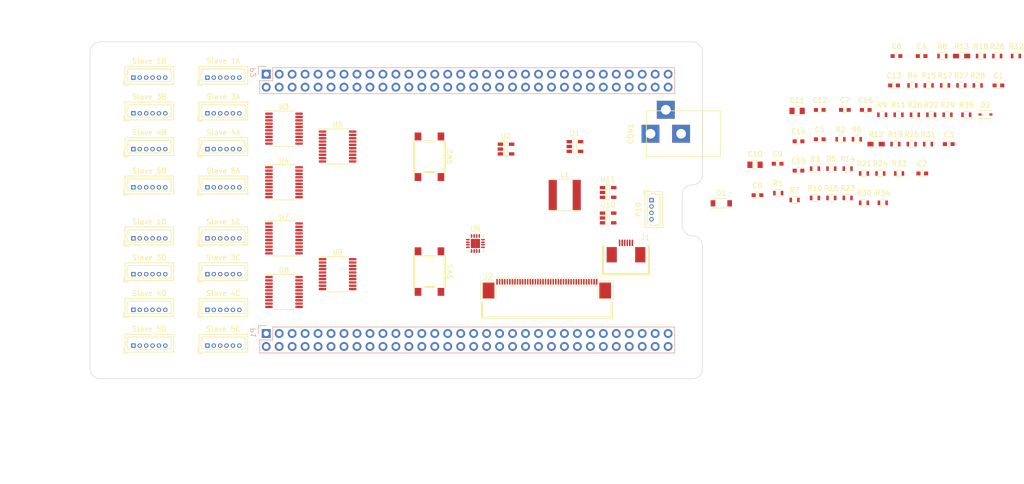
<source format=kicad_pcb>
(kicad_pcb (version 4) (host pcbnew 4.0.3-stable)
  (title_block (title "Minimum Viable Synth - I/O Daughter Board"))
  (layers (0 F.Cu signal) (31 B.Cu signal) (34 B.Paste user) (35 F.Paste user) (36 B.SilkS user) (37 F.SilkS user) (38 B.Mask user) (39 F.Mask user) (44 Edge.Cuts user))
  (net 0 "")
  (net 1 +5V)
  (net 2 GND)
  (net 3 +3V3)
  (net 4 /BKLT_A)
  (net 5 /BKLT_K)
  (net 6 "Net-(C13-Pad1)")
  (net 7 /BTN_~RESET)
  (net 8 /BTN_USER)
  (net 9 /PC13)
  (net 10 "Net-(D1-Pad2)")
  (net 11 /I²C3_SCL)
  (net 12 /I²C3_SDA)
  (net 13 /CTOUCH_WAKE)
  (net 14 /CTOUCH_INT)
  (net 15 /LCD_R0)
  (net 16 /LCD_R1)
  (net 17 /LCD_R2)
  (net 18 /LCD_R3)
  (net 19 /LCD_R4)
  (net 20 /LCD_R5)
  (net 21 /LCD_G0)
  (net 22 /LCD_G1)
  (net 23 /LCD_G2)
  (net 24 /LCD_G3)
  (net 25 /LCD_G4)
  (net 26 /LCD_G5)
  (net 27 /LCD_B0)
  (net 28 /LCD_B1)
  (net 29 /LCD_B2)
  (net 30 /LCD_B3)
  (net 31 /LCD_B4)
  (net 32 /LCD_B5)
  (net 33 /LCD_CLK)
  (net 34 /LCD_DISP)
  (net 35 /LCD_HSYNC)
  (net 36 /LCD_VSYNC)
  (net 37 /LCD_DE)
  (net 38 "Net-(J2-Pad35)")
  (net 39 /RTOUCH_XR)
  (net 40 /RTOUCH_YD)
  (net 41 /RTOUCH_XL)
  (net 42 /RTOUCH_YU)
  (net 43 /PF4)
  (net 44 /PF5)
  (net 45 /PF2)
  (net 46 /PF3)
  (net 47 /PF0)
  (net 48 /PF1)
  (net 49 /PC14)
  (net 50 /PC15)
  (net 51 /PE6)
  (net 52 /PE5)
  (net 53 /PE2)
  (net 54 /PE3)
  (net 55 /PE0)
  (net 56 /PE1)
  (net 57 /BOOT0)
  (net 58 /Vdd)
  (net 59 /PB6)
  (net 60 /PB7)
  (net 61 /PB4)
  (net 62 /PB5)
  (net 63 /PG15)
  (net 64 /PB3)
  (net 65 /PG13)
  (net 66 /PG14)
  (net 67 /PD7)
  (net 68 /PD5)
  (net 69 /PD4)
  (net 70 /PD2)
  (net 71 /PD1)
  (net 72 /PD0)
  (net 73 /PC12)
  (net 74 /PC11)
  (net 75 /PA15)
  (net 76 /PA14)
  (net 77 /PA13)
  (net 78 /MIDI_RX)
  (net 79 /MIDI_TX)
  (net 80 /PC8)
  (net 81 /PG8)
  (net 82 /PG5)
  (net 83 /PG4)
  (net 84 /LCD_PWM)
  (net 85 /N/C)
  (net 86 /PF8)
  (net 87 /PF7)
  (net 88 /PF9)
  (net 89 /PH1)
  (net 90 /PH0)
  (net 91 /PC1)
  (net 92 /PC0)
  (net 93 /PC3)
  (net 94 /PC2)
  (net 95 /PA1)
  (net 96 /PA2)
  (net 97 /PA5)
  (net 98 /PA7)
  (net 99 /PC5)
  (net 100 /PC4)
  (net 101 /PB2)
  (net 102 /PF12)
  (net 103 /PF11)
  (net 104 /PF14)
  (net 105 /PF13)
  (net 106 /PG0)
  (net 107 /PF15)
  (net 108 /PE7)
  (net 109 /PG1)
  (net 110 /PE9)
  (net 111 /PE8)
  (net 112 /PE11)
  (net 113 /PE10)
  (net 114 /PE13)
  (net 115 /PE12)
  (net 116 /PE15)
  (net 117 /PE14)
  (net 118 /PB13)
  (net 119 /PB12)
  (net 120 /PB15)
  (net 121 /PB14)
  (net 122 /PD9)
  (net 123 /PD8)
  (net 124 /PD11)
  (net 125 /PD10)
  (net 126 /PD13)
  (net 127 /PD12)
  (net 128 /PD15)
  (net 129 /PD14)
  (net 130 /PG2)
  (net 131 /SLV1A_MISO)
  (net 132 /SLV1A_SCK)
  (net 133 /SLV1A_MOSI)
  (net 134 /SLV3A_MISO)
  (net 135 /SLV3A_SCK)
  (net 136 /SLV3A_MOSI)
  (net 137 /SLV4A_MISO)
  (net 138 /SLV4A_SCK)
  (net 139 /SLV4A_MOSI)
  (net 140 /SLV5A_MISO)
  (net 141 /SLV5A_SCK)
  (net 142 /SLV5A_MOSI)
  (net 143 /SLV1B_MISO)
  (net 144 /SLV1B_SCK)
  (net 145 /SLV1B_MOSI)
  (net 146 /SLV3B_MISO)
  (net 147 /SLV3B_SCK)
  (net 148 /SLV3B_MOSI)
  (net 149 /SLV4B_MISO)
  (net 150 /SLV4B_SCK)
  (net 151 /SLV4B_MOSI)
  (net 152 /SLV5B_MISO)
  (net 153 /SLV5B_SCK)
  (net 154 /SLV5B_MOSI)
  (net 155 /SLV1C_MISO)
  (net 156 /SLV1C_SCK)
  (net 157 /SLV1C_MOSI)
  (net 158 /SLV3C_MISO)
  (net 159 /SLV3C_SCK)
  (net 160 /SLV3C_MOSI)
  (net 161 /SLV4C_MISO)
  (net 162 /SLV4C_SCK)
  (net 163 /SLV4C_MOSI)
  (net 164 /SLV5C_MISO)
  (net 165 /SLV5C_SCK)
  (net 166 /SLV5C_MOSI)
  (net 167 /SLV1D_MISO)
  (net 168 /SLV1D_SCK)
  (net 169 /SLV1D_MOSI)
  (net 170 /SLV3D_MISO)
  (net 171 /SLV3D_SCK)
  (net 172 /SLV3D_MOSI)
  (net 173 /SLV4D_MISO)
  (net 174 /SLV4D_SCK)
  (net 175 /SLV4D_MOSI)
  (net 176 /SLV5D_MISO)
  (net 177 /SLV5D_SCK)
  (net 178 /SLV5D_MOSI)
  (net 179 /MIDI_TX_5V)
  (net 180 /MIDI_RX_5V)
  (net 181 "Net-(R22-Pad2)")
  (net 182 "Net-(R25-Pad1)")
  (net 183 "Net-(R31-Pad2)")
  (net 184 "Net-(R32-Pad2)")
  (net 185 "Net-(R33-Pad2)")
  (net 186 "Net-(R34-Pad2)")
  (net 187 "Net-(R35-Pad2)")
  (net 188 "Net-(U10-Pad1)")
  (net 189 "Net-(U11-Pad1)")
  (module Capacitors_SMD:C_0603 (layer F.Cu) (at 277.961925 42.527399)
    (fp_text reference C1 (at 0 -1.9) (layer F.SilkS))
    (fp_text value 100nF)
    (pad 1 smd rect (at -0.75 0) (size 0.8 0.75) (layers F.Cu F.Paste F.Mask) (net 1 +5V))
    (pad 2 smd rect (at 0.75 0) (size 0.8 0.75) (layers F.Cu F.Paste F.Mask) (net 2 GND))
  )
  (module Capacitors_SMD:C_0603 (layer F.Cu) (at 263.041925 59.777399)
    (fp_text reference C2 (at 0 -1.9) (layer F.SilkS))
    (fp_text value 100nF)
    (pad 1 smd rect (at -0.75 0) (size 0.8 0.75) (layers F.Cu F.Paste F.Mask) (net 1 +5V))
    (pad 2 smd rect (at 0.75 0) (size 0.8 0.75) (layers F.Cu F.Paste F.Mask) (net 2 GND))
  )
  (module Capacitors_SMD:C_0603 (layer F.Cu) (at 268.231925 54.027399)
    (fp_text reference C3 (at 0 -1.9) (layer F.SilkS))
    (fp_text value 100nF)
    (pad 1 smd rect (at -0.75 0) (size 0.8 0.75) (layers F.Cu F.Paste F.Mask) (net 3 +3V3))
    (pad 2 smd rect (at 0.75 0) (size 0.8 0.75) (layers F.Cu F.Paste F.Mask) (net 2 GND))
  )
  (module Capacitors_SMD:C_0603 (layer F.Cu) (at 262.911925 36.777399)
    (fp_text reference C4 (at 0 -1.9) (layer F.SilkS))
    (fp_text value 100nF)
    (pad 1 smd rect (at -0.75 0) (size 0.8 0.75) (layers F.Cu F.Paste F.Mask) (net 3 +3V3))
    (pad 2 smd rect (at 0.75 0) (size 0.8 0.75) (layers F.Cu F.Paste F.Mask) (net 2 GND))
  )
  (module Capacitors_SMD:C_0603 (layer F.Cu) (at 242.961925 53.077399)
    (fp_text reference C5 (at 0 -1.9) (layer F.SilkS))
    (fp_text value 100nF)
    (pad 1 smd rect (at -0.75 0) (size 0.8 0.75) (layers F.Cu F.Paste F.Mask) (net 3 +3V3))
    (pad 2 smd rect (at 0.75 0) (size 0.8 0.75) (layers F.Cu F.Paste F.Mask) (net 2 GND))
  )
  (module Capacitors_SMD:C_0603 (layer F.Cu) (at 257.991925 36.777399)
    (fp_text reference C6 (at 0 -1.9) (layer F.SilkS))
    (fp_text value 100nF)
    (pad 1 smd rect (at -0.75 0) (size 0.8 0.75) (layers F.Cu F.Paste F.Mask) (net 3 +3V3))
    (pad 2 smd rect (at 0.75 0) (size 0.8 0.75) (layers F.Cu F.Paste F.Mask) (net 2 GND))
  )
  (module Capacitors_SMD:C_0603 (layer F.Cu) (at 247.881925 47.327399)
    (fp_text reference C7 (at 0 -1.9) (layer F.SilkS))
    (fp_text value 100nF)
    (pad 1 smd rect (at -0.75 0) (size 0.8 0.75) (layers F.Cu F.Paste F.Mask) (net 3 +3V3))
    (pad 2 smd rect (at 0.75 0) (size 0.8 0.75) (layers F.Cu F.Paste F.Mask) (net 2 GND))
  )
  (module Capacitors_SMD:C_0603 (layer F.Cu) (at 230.761925 64.027399)
    (fp_text reference C8 (at 0 -1.9) (layer F.SilkS))
    (fp_text value 100nF)
    (pad 1 smd rect (at -0.75 0) (size 0.8 0.75) (layers F.Cu F.Paste F.Mask) (net 3 +3V3))
    (pad 2 smd rect (at 0.75 0) (size 0.8 0.75) (layers F.Cu F.Paste F.Mask) (net 2 GND))
  )
  (module Capacitors_SMD:C_0603 (layer F.Cu) (at 234.711925 57.877399)
    (fp_text reference C9 (at 0 -1.9) (layer F.SilkS))
    (fp_text value 100nF)
    (pad 1 smd rect (at -0.75 0) (size 0.8 0.75) (layers F.Cu F.Paste F.Mask) (net 3 +3V3))
    (pad 2 smd rect (at 0.75 0) (size 0.8 0.75) (layers F.Cu F.Paste F.Mask) (net 2 GND))
  )
  (module Capacitors_SMD:C_0805 (layer F.Cu) (at 230.277402 58.077399)
    (fp_text reference C10 (at 0 -2.1) (layer F.SilkS))
    (fp_text value 1µF)
    (pad 1 smd rect (at -1 0) (size 1 1.25) (layers F.Cu F.Paste F.Mask) (net 4 /BKLT_A))
    (pad 2 smd rect (at 1 0) (size 1 1.25) (layers F.Cu F.Paste F.Mask) (net 2 GND))
  )
  (module Capacitors_SMD:C_0805 (layer F.Cu) (at 238.527402 47.527399)
    (fp_text reference C11 (at 0 -2.1) (layer F.SilkS))
    (fp_text value 1µF)
    (pad 1 smd rect (at -1 0) (size 1 1.25) (layers F.Cu F.Paste F.Mask) (net 4 /BKLT_A))
    (pad 2 smd rect (at 1 0) (size 1 1.25) (layers F.Cu F.Paste F.Mask) (net 2 GND))
  )
  (module Capacitors_SMD:C_0603 (layer F.Cu) (at 242.961925 47.327399)
    (fp_text reference C12 (at 0 -1.9) (layer F.SilkS))
    (fp_text value 100nF)
    (pad 1 smd rect (at -0.75 0) (size 0.8 0.75) (layers F.Cu F.Paste F.Mask) (net 5 /BKLT_K))
    (pad 2 smd rect (at 0.75 0) (size 0.8 0.75) (layers F.Cu F.Paste F.Mask) (net 2 GND))
  )
  (module Capacitors_SMD:C_0603 (layer F.Cu) (at 257.515734 42.527399)
    (fp_text reference C13 (at 0 -1.9) (layer F.SilkS))
    (fp_text value 10nF)
    (pad 1 smd rect (at -0.75 0) (size 0.8 0.75) (layers F.Cu F.Paste F.Mask) (net 6 "Net-(C13-Pad1)"))
    (pad 2 smd rect (at 0.75 0) (size 0.8 0.75) (layers F.Cu F.Paste F.Mask) (net 2 GND))
  )
  (module Capacitors_SMD:C_0603 (layer F.Cu) (at 238.797402 53.477399)
    (fp_text reference C14 (at 0 -1.9) (layer F.SilkS))
    (fp_text value 1µF)
    (pad 1 smd rect (at -0.75 0) (size 0.8 0.75) (layers F.Cu F.Paste F.Mask) (net 3 +3V3))
    (pad 2 smd rect (at 0.75 0) (size 0.8 0.75) (layers F.Cu F.Paste F.Mask) (net 2 GND))
  )
  (module Capacitors_SMD:C_0603 (layer F.Cu) (at 238.797402 59.227399)
    (fp_text reference C15 (at 0 -1.9) (layer F.SilkS))
    (fp_text value 1nF)
    (pad 1 smd rect (at -0.75 0) (size 0.8 0.75) (layers F.Cu F.Paste F.Mask) (net 7 /BTN_~RESET))
    (pad 2 smd rect (at 0.75 0) (size 0.8 0.75) (layers F.Cu F.Paste F.Mask) (net 2 GND))
  )
  (module Capacitors_SMD:C_0603 (layer F.Cu) (at 251.967402 47.327399)
    (fp_text reference C16 (at 0 -1.9) (layer F.SilkS))
    (fp_text value 1nF)
    (pad 1 smd rect (at -0.75 0) (size 0.8 0.75) (layers F.Cu F.Paste F.Mask) (net 8 /BTN_USER))
    (pad 2 smd rect (at 0.75 0) (size 0.8 0.75) (layers F.Cu F.Paste F.Mask) (net 2 GND))
  )
  (module Diodes_SMD:SOD-123 (layer F.Cu) (at 223.678591 65.627399)
    (fp_text reference D1 (at 0 -2) (layer F.SilkS))
    (fp_text value MBR0540)
    (pad 1 smd rect (at -1.635 0) (size 0.91 1.22) (layers F.Cu F.Paste F.Mask) (net 4 /BKLT_A))
    (pad 2 smd rect (at 1.635 0) (size 0.91 1.22) (layers F.Cu F.Paste F.Mask) (net 10 "Net-(D1-Pad2)"))
  )
  (module Diodes_SMD:SOD-323 (layer F.Cu) (at 275.427402 48.227399)
    (fp_text reference D2 (at 0 -1.85) (layer F.SilkS))
    (fp_text value 24V)
    (pad 1 smd rect (at -1.055 0) (size 0.59 0.45) (layers F.Cu F.Paste F.Mask) (net 4 /BKLT_A))
    (pad 2 smd rect (at 1.055 0) (size 0.59 0.45) (layers F.Cu F.Paste F.Mask) (net 5 /BKLT_K))
  )
  (module Inductors:Inductor_Taiyo-Yuden_NR-60xx (layer F.Cu) (at 193 64)
    (fp_text reference L1 (at 0 -4) (layer F.SilkS))
    (fp_text value 10µH)
    (pad 1 smd rect (at -2.35 0) (size 1.6 5.9) (layers F.Cu F.Paste F.Mask) (net 1 +5V))
    (pad 2 smd rect (at 2.35 0) (size 1.6 5.9) (layers F.Cu F.Paste F.Mask) (net 10 "Net-(D1-Pad2)"))
  )
  (module daughterfeet:Socket_Strip_Reversed_2x32 (layer B.Cu) (at 134.52 91.13)
    (fp_text reference P1 (at -2.52 -0.13 90) (layer B.SilkS) (effects (justify mirror)))
    (fp_text value CONN_02X32)
    (pad 1 thru_hole rect (at 0 0) (size 1.7272 1.7272) (drill 1.016) (layers *.Cu *.Mask) (net 1 +5V))
    (pad 2 thru_hole oval (at 0 2.54) (size 1.7272 1.7272) (drill 1.016) (layers *.Cu *.Mask) (net 1 +5V))
    (pad 3 thru_hole oval (at 2.54 0) (size 1.7272 1.7272) (drill 1.016) (layers *.Cu *.Mask) (net 43 /PF4))
    (pad 4 thru_hole oval (at 2.54 2.54) (size 1.7272 1.7272) (drill 1.016) (layers *.Cu *.Mask) (net 44 /PF5))
    (pad 5 thru_hole oval (at 5.08 0) (size 1.7272 1.7272) (drill 1.016) (layers *.Cu *.Mask) (net 45 /PF2))
    (pad 6 thru_hole oval (at 5.08 2.54) (size 1.7272 1.7272) (drill 1.016) (layers *.Cu *.Mask) (net 46 /PF3))
    (pad 7 thru_hole oval (at 7.62 0) (size 1.7272 1.7272) (drill 1.016) (layers *.Cu *.Mask) (net 47 /PF0))
    (pad 8 thru_hole oval (at 7.62 2.54) (size 1.7272 1.7272) (drill 1.016) (layers *.Cu *.Mask) (net 48 /PF1))
    (pad 9 thru_hole oval (at 10.16 0) (size 1.7272 1.7272) (drill 1.016) (layers *.Cu *.Mask) (net 49 /PC14))
    (pad 10 thru_hole oval (at 10.16 2.54) (size 1.7272 1.7272) (drill 1.016) (layers *.Cu *.Mask) (net 50 /PC15))
    (pad 11 thru_hole oval (at 12.7 0) (size 1.7272 1.7272) (drill 1.016) (layers *.Cu *.Mask) (net 51 /PE6))
    (pad 12 thru_hole oval (at 12.7 2.54) (size 1.7272 1.7272) (drill 1.016) (layers *.Cu *.Mask) (net 9 /PC13))
    (pad 13 thru_hole oval (at 15.24 0) (size 1.7272 1.7272) (drill 1.016) (layers *.Cu *.Mask) (net 34 /LCD_DISP))
    (pad 14 thru_hole oval (at 15.24 2.54) (size 1.7272 1.7272) (drill 1.016) (layers *.Cu *.Mask) (net 52 /PE5))
    (pad 15 thru_hole oval (at 17.78 0) (size 1.7272 1.7272) (drill 1.016) (layers *.Cu *.Mask) (net 53 /PE2))
    (pad 16 thru_hole oval (at 17.78 2.54) (size 1.7272 1.7272) (drill 1.016) (layers *.Cu *.Mask) (net 54 /PE3))
    (pad 17 thru_hole oval (at 20.32 0) (size 1.7272 1.7272) (drill 1.016) (layers *.Cu *.Mask) (net 55 /PE0))
    (pad 18 thru_hole oval (at 20.32 2.54) (size 1.7272 1.7272) (drill 1.016) (layers *.Cu *.Mask) (net 56 /PE1))
    (pad 19 thru_hole oval (at 22.86 0) (size 1.7272 1.7272) (drill 1.016) (layers *.Cu *.Mask) (net 27 /LCD_B0))
    (pad 20 thru_hole oval (at 22.86 2.54) (size 1.7272 1.7272) (drill 1.016) (layers *.Cu *.Mask) (net 28 /LCD_B1))
    (pad 21 thru_hole oval (at 25.4 0) (size 1.7272 1.7272) (drill 1.016) (layers *.Cu *.Mask) (net 57 /BOOT0))
    (pad 22 thru_hole oval (at 25.4 2.54) (size 1.7272 1.7272) (drill 1.016) (layers *.Cu *.Mask) (net 58 /Vdd))
    (pad 23 thru_hole oval (at 27.94 0) (size 1.7272 1.7272) (drill 1.016) (layers *.Cu *.Mask) (net 59 /PB6))
    (pad 24 thru_hole oval (at 27.94 2.54) (size 1.7272 1.7272) (drill 1.016) (layers *.Cu *.Mask) (net 60 /PB7))
    (pad 25 thru_hole oval (at 30.48 0) (size 1.7272 1.7272) (drill 1.016) (layers *.Cu *.Mask) (net 61 /PB4))
    (pad 26 thru_hole oval (at 30.48 2.54) (size 1.7272 1.7272) (drill 1.016) (layers *.Cu *.Mask) (net 62 /PB5))
    (pad 27 thru_hole oval (at 33.02 0) (size 1.7272 1.7272) (drill 1.016) (layers *.Cu *.Mask) (net 63 /PG15))
    (pad 28 thru_hole oval (at 33.02 2.54) (size 1.7272 1.7272) (drill 1.016) (layers *.Cu *.Mask) (net 64 /PB3))
    (pad 29 thru_hole oval (at 35.56 0) (size 1.7272 1.7272) (drill 1.016) (layers *.Cu *.Mask) (net 65 /PG13))
    (pad 30 thru_hole oval (at 35.56 2.54) (size 1.7272 1.7272) (drill 1.016) (layers *.Cu *.Mask) (net 66 /PG14))
    (pad 31 thru_hole oval (at 38.1 0) (size 1.7272 1.7272) (drill 1.016) (layers *.Cu *.Mask) (net 30 /LCD_B3))
    (pad 32 thru_hole oval (at 38.1 2.54) (size 1.7272 1.7272) (drill 1.016) (layers *.Cu *.Mask) (net 31 /LCD_B4))
    (pad 33 thru_hole oval (at 40.64 0) (size 1.7272 1.7272) (drill 1.016) (layers *.Cu *.Mask) (net 13 /CTOUCH_WAKE))
    (pad 34 thru_hole oval (at 40.64 2.54) (size 1.7272 1.7272) (drill 1.016) (layers *.Cu *.Mask) (net 24 /LCD_G3))
    (pad 35 thru_hole oval (at 43.18 0) (size 1.7272 1.7272) (drill 1.016) (layers *.Cu *.Mask) (net 67 /PD7))
    (pad 36 thru_hole oval (at 43.18 2.54) (size 1.7272 1.7272) (drill 1.016) (layers *.Cu *.Mask) (net 29 /LCD_B2))
    (pad 37 thru_hole oval (at 45.72 0) (size 1.7272 1.7272) (drill 1.016) (layers *.Cu *.Mask) (net 68 /PD5))
    (pad 38 thru_hole oval (at 45.72 2.54) (size 1.7272 1.7272) (drill 1.016) (layers *.Cu *.Mask) (net 69 /PD4))
    (pad 39 thru_hole oval (at 48.26 0) (size 1.7272 1.7272) (drill 1.016) (layers *.Cu *.Mask) (net 22 /LCD_G1))
    (pad 40 thru_hole oval (at 48.26 2.54) (size 1.7272 1.7272) (drill 1.016) (layers *.Cu *.Mask) (net 70 /PD2))
    (pad 41 thru_hole oval (at 50.8 0) (size 1.7272 1.7272) (drill 1.016) (layers *.Cu *.Mask) (net 71 /PD1))
    (pad 42 thru_hole oval (at 50.8 2.54) (size 1.7272 1.7272) (drill 1.016) (layers *.Cu *.Mask) (net 72 /PD0))
    (pad 43 thru_hole oval (at 53.34 0) (size 1.7272 1.7272) (drill 1.016) (layers *.Cu *.Mask) (net 73 /PC12))
    (pad 44 thru_hole oval (at 53.34 2.54) (size 1.7272 1.7272) (drill 1.016) (layers *.Cu *.Mask) (net 74 /PC11))
    (pad 45 thru_hole oval (at 55.88 0) (size 1.7272 1.7272) (drill 1.016) (layers *.Cu *.Mask) (net 17 /LCD_R2))
    (pad 46 thru_hole oval (at 55.88 2.54) (size 1.7272 1.7272) (drill 1.016) (layers *.Cu *.Mask) (net 75 /PA15))
    (pad 47 thru_hole oval (at 58.42 0) (size 1.7272 1.7272) (drill 1.016) (layers *.Cu *.Mask) (net 76 /PA14))
    (pad 48 thru_hole oval (at 58.42 2.54) (size 1.7272 1.7272) (drill 1.016) (layers *.Cu *.Mask) (net 77 /PA13))
    (pad 49 thru_hole oval (at 60.96 0) (size 1.7272 1.7272) (drill 1.016) (layers *.Cu *.Mask) (net 20 /LCD_R5))
    (pad 50 thru_hole oval (at 60.96 2.54) (size 1.7272 1.7272) (drill 1.016) (layers *.Cu *.Mask) (net 19 /LCD_R4))
    (pad 51 thru_hole oval (at 63.5 0) (size 1.7272 1.7272) (drill 1.016) (layers *.Cu *.Mask) (net 78 /MIDI_RX))
    (pad 52 thru_hole oval (at 63.5 2.54) (size 1.7272 1.7272) (drill 1.016) (layers *.Cu *.Mask) (net 79 /MIDI_TX))
    (pad 53 thru_hole oval (at 66.04 0) (size 1.7272 1.7272) (drill 1.016) (layers *.Cu *.Mask) (net 11 /I²C3_SCL))
    (pad 54 thru_hole oval (at 66.04 2.54) (size 1.7272 1.7272) (drill 1.016) (layers *.Cu *.Mask) (net 12 /I²C3_SDA))
    (pad 55 thru_hole oval (at 68.58 0) (size 1.7272 1.7272) (drill 1.016) (layers *.Cu *.Mask) (net 80 /PC8))
    (pad 56 thru_hole oval (at 68.58 2.54) (size 1.7272 1.7272) (drill 1.016) (layers *.Cu *.Mask) (net 21 /LCD_G0))
    (pad 57 thru_hole oval (at 71.12 0) (size 1.7272 1.7272) (drill 1.016) (layers *.Cu *.Mask) (net 35 /LCD_HSYNC))
    (pad 58 thru_hole oval (at 71.12 2.54) (size 1.7272 1.7272) (drill 1.016) (layers *.Cu *.Mask) (net 81 /PG8))
    (pad 59 thru_hole oval (at 73.66 0) (size 1.7272 1.7272) (drill 1.016) (layers *.Cu *.Mask) (net 33 /LCD_CLK))
    (pad 60 thru_hole oval (at 73.66 2.54) (size 1.7272 1.7272) (drill 1.016) (layers *.Cu *.Mask) (net 16 /LCD_R1))
    (pad 61 thru_hole oval (at 76.2 0) (size 1.7272 1.7272) (drill 1.016) (layers *.Cu *.Mask) (net 82 /PG5))
    (pad 62 thru_hole oval (at 76.2 2.54) (size 1.7272 1.7272) (drill 1.016) (layers *.Cu *.Mask) (net 83 /PG4))
    (pad 63 thru_hole oval (at 78.74 0) (size 1.7272 1.7272) (drill 1.016) (layers *.Cu *.Mask) (net 2 GND))
    (pad 64 thru_hole oval (at 78.74 2.54) (size 1.7272 1.7272) (drill 1.016) (layers *.Cu *.Mask) (net 2 GND))
  )
  (module daughterfeet:Socket_Strip_Reversed_2x32 (layer B.Cu) (at 134.52 40.33)
    (fp_text reference P2 (at -2.52 -0.33 90) (layer B.SilkS) (effects (justify mirror)))
    (fp_text value CONN_02X32)
    (pad 1 thru_hole rect (at 0 0) (size 1.7272 1.7272) (drill 1.016) (layers *.Cu *.Mask) (net 3 +3V3))
    (pad 2 thru_hole oval (at 0 2.54) (size 1.7272 1.7272) (drill 1.016) (layers *.Cu *.Mask) (net 3 +3V3))
    (pad 3 thru_hole oval (at 2.54 0) (size 1.7272 1.7272) (drill 1.016) (layers *.Cu *.Mask) (net 84 /LCD_PWM))
    (pad 4 thru_hole oval (at 2.54 2.54) (size 1.7272 1.7272) (drill 1.016) (layers *.Cu *.Mask) (net 85 /N/C))
    (pad 5 thru_hole oval (at 5.08 0) (size 1.7272 1.7272) (drill 1.016) (layers *.Cu *.Mask) (net 86 /PF8))
    (pad 6 thru_hole oval (at 5.08 2.54) (size 1.7272 1.7272) (drill 1.016) (layers *.Cu *.Mask) (net 87 /PF7))
    (pad 7 thru_hole oval (at 7.62 0) (size 1.7272 1.7272) (drill 1.016) (layers *.Cu *.Mask) (net 37 /LCD_DE))
    (pad 8 thru_hole oval (at 7.62 2.54) (size 1.7272 1.7272) (drill 1.016) (layers *.Cu *.Mask) (net 88 /PF9))
    (pad 9 thru_hole oval (at 10.16 0) (size 1.7272 1.7272) (drill 1.016) (layers *.Cu *.Mask) (net 89 /PH1))
    (pad 10 thru_hole oval (at 10.16 2.54) (size 1.7272 1.7272) (drill 1.016) (layers *.Cu *.Mask) (net 90 /PH0))
    (pad 11 thru_hole oval (at 12.7 0) (size 1.7272 1.7272) (drill 1.016) (layers *.Cu *.Mask) (net 2 GND))
    (pad 12 thru_hole oval (at 12.7 2.54) (size 1.7272 1.7272) (drill 1.016) (layers *.Cu *.Mask) (net 7 /BTN_~RESET))
    (pad 13 thru_hole oval (at 15.24 0) (size 1.7272 1.7272) (drill 1.016) (layers *.Cu *.Mask) (net 91 /PC1))
    (pad 14 thru_hole oval (at 15.24 2.54) (size 1.7272 1.7272) (drill 1.016) (layers *.Cu *.Mask) (net 92 /PC0))
    (pad 15 thru_hole oval (at 17.78 0) (size 1.7272 1.7272) (drill 1.016) (layers *.Cu *.Mask) (net 93 /PC3))
    (pad 16 thru_hole oval (at 17.78 2.54) (size 1.7272 1.7272) (drill 1.016) (layers *.Cu *.Mask) (net 94 /PC2))
    (pad 17 thru_hole oval (at 20.32 0) (size 1.7272 1.7272) (drill 1.016) (layers *.Cu *.Mask) (net 95 /PA1))
    (pad 18 thru_hole oval (at 20.32 2.54) (size 1.7272 1.7272) (drill 1.016) (layers *.Cu *.Mask) (net 8 /BTN_USER))
    (pad 19 thru_hole oval (at 22.86 0) (size 1.7272 1.7272) (drill 1.016) (layers *.Cu *.Mask) (net 32 /LCD_B5))
    (pad 20 thru_hole oval (at 22.86 2.54) (size 1.7272 1.7272) (drill 1.016) (layers *.Cu *.Mask) (net 96 /PA2))
    (pad 21 thru_hole oval (at 25.4 0) (size 1.7272 1.7272) (drill 1.016) (layers *.Cu *.Mask) (net 97 /PA5))
    (pad 22 thru_hole oval (at 25.4 2.54) (size 1.7272 1.7272) (drill 1.016) (layers *.Cu *.Mask) (net 36 /LCD_VSYNC))
    (pad 23 thru_hole oval (at 27.94 0) (size 1.7272 1.7272) (drill 1.016) (layers *.Cu *.Mask) (net 98 /PA7))
    (pad 24 thru_hole oval (at 27.94 2.54) (size 1.7272 1.7272) (drill 1.016) (layers *.Cu *.Mask) (net 23 /LCD_G2))
    (pad 25 thru_hole oval (at 30.48 0) (size 1.7272 1.7272) (drill 1.016) (layers *.Cu *.Mask) (net 99 /PC5))
    (pad 26 thru_hole oval (at 30.48 2.54) (size 1.7272 1.7272) (drill 1.016) (layers *.Cu *.Mask) (net 100 /PC4))
    (pad 27 thru_hole oval (at 33.02 0) (size 1.7272 1.7272) (drill 1.016) (layers *.Cu *.Mask) (net 15 /LCD_R0))
    (pad 28 thru_hole oval (at 33.02 2.54) (size 1.7272 1.7272) (drill 1.016) (layers *.Cu *.Mask) (net 18 /LCD_R3))
    (pad 29 thru_hole oval (at 35.56 0) (size 1.7272 1.7272) (drill 1.016) (layers *.Cu *.Mask) (net 2 GND))
    (pad 30 thru_hole oval (at 35.56 2.54) (size 1.7272 1.7272) (drill 1.016) (layers *.Cu *.Mask) (net 101 /PB2))
    (pad 31 thru_hole oval (at 38.1 0) (size 1.7272 1.7272) (drill 1.016) (layers *.Cu *.Mask) (net 102 /PF12))
    (pad 32 thru_hole oval (at 38.1 2.54) (size 1.7272 1.7272) (drill 1.016) (layers *.Cu *.Mask) (net 103 /PF11))
    (pad 33 thru_hole oval (at 40.64 0) (size 1.7272 1.7272) (drill 1.016) (layers *.Cu *.Mask) (net 104 /PF14))
    (pad 34 thru_hole oval (at 40.64 2.54) (size 1.7272 1.7272) (drill 1.016) (layers *.Cu *.Mask) (net 105 /PF13))
    (pad 35 thru_hole oval (at 43.18 0) (size 1.7272 1.7272) (drill 1.016) (layers *.Cu *.Mask) (net 106 /PG0))
    (pad 36 thru_hole oval (at 43.18 2.54) (size 1.7272 1.7272) (drill 1.016) (layers *.Cu *.Mask) (net 107 /PF15))
    (pad 37 thru_hole oval (at 45.72 0) (size 1.7272 1.7272) (drill 1.016) (layers *.Cu *.Mask) (net 108 /PE7))
    (pad 38 thru_hole oval (at 45.72 2.54) (size 1.7272 1.7272) (drill 1.016) (layers *.Cu *.Mask) (net 109 /PG1))
    (pad 39 thru_hole oval (at 48.26 0) (size 1.7272 1.7272) (drill 1.016) (layers *.Cu *.Mask) (net 110 /PE9))
    (pad 40 thru_hole oval (at 48.26 2.54) (size 1.7272 1.7272) (drill 1.016) (layers *.Cu *.Mask) (net 111 /PE8))
    (pad 41 thru_hole oval (at 50.8 0) (size 1.7272 1.7272) (drill 1.016) (layers *.Cu *.Mask) (net 112 /PE11))
    (pad 42 thru_hole oval (at 50.8 2.54) (size 1.7272 1.7272) (drill 1.016) (layers *.Cu *.Mask) (net 113 /PE10))
    (pad 43 thru_hole oval (at 53.34 0) (size 1.7272 1.7272) (drill 1.016) (layers *.Cu *.Mask) (net 114 /PE13))
    (pad 44 thru_hole oval (at 53.34 2.54) (size 1.7272 1.7272) (drill 1.016) (layers *.Cu *.Mask) (net 115 /PE12))
    (pad 45 thru_hole oval (at 55.88 0) (size 1.7272 1.7272) (drill 1.016) (layers *.Cu *.Mask) (net 116 /PE15))
    (pad 46 thru_hole oval (at 55.88 2.54) (size 1.7272 1.7272) (drill 1.016) (layers *.Cu *.Mask) (net 117 /PE14))
    (pad 47 thru_hole oval (at 58.42 0) (size 1.7272 1.7272) (drill 1.016) (layers *.Cu *.Mask) (net 26 /LCD_G5))
    (pad 48 thru_hole oval (at 58.42 2.54) (size 1.7272 1.7272) (drill 1.016) (layers *.Cu *.Mask) (net 25 /LCD_G4))
    (pad 49 thru_hole oval (at 60.96 0) (size 1.7272 1.7272) (drill 1.016) (layers *.Cu *.Mask) (net 118 /PB13))
    (pad 50 thru_hole oval (at 60.96 2.54) (size 1.7272 1.7272) (drill 1.016) (layers *.Cu *.Mask) (net 119 /PB12))
    (pad 51 thru_hole oval (at 63.5 0) (size 1.7272 1.7272) (drill 1.016) (layers *.Cu *.Mask) (net 120 /PB15))
    (pad 52 thru_hole oval (at 63.5 2.54) (size 1.7272 1.7272) (drill 1.016) (layers *.Cu *.Mask) (net 121 /PB14))
    (pad 53 thru_hole oval (at 66.04 0) (size 1.7272 1.7272) (drill 1.016) (layers *.Cu *.Mask) (net 122 /PD9))
    (pad 54 thru_hole oval (at 66.04 2.54) (size 1.7272 1.7272) (drill 1.016) (layers *.Cu *.Mask) (net 123 /PD8))
    (pad 55 thru_hole oval (at 68.58 0) (size 1.7272 1.7272) (drill 1.016) (layers *.Cu *.Mask) (net 124 /PD11))
    (pad 56 thru_hole oval (at 68.58 2.54) (size 1.7272 1.7272) (drill 1.016) (layers *.Cu *.Mask) (net 125 /PD10))
    (pad 57 thru_hole oval (at 71.12 0) (size 1.7272 1.7272) (drill 1.016) (layers *.Cu *.Mask) (net 126 /PD13))
    (pad 58 thru_hole oval (at 71.12 2.54) (size 1.7272 1.7272) (drill 1.016) (layers *.Cu *.Mask) (net 127 /PD12))
    (pad 59 thru_hole oval (at 73.66 0) (size 1.7272 1.7272) (drill 1.016) (layers *.Cu *.Mask) (net 128 /PD15))
    (pad 60 thru_hole oval (at 73.66 2.54) (size 1.7272 1.7272) (drill 1.016) (layers *.Cu *.Mask) (net 129 /PD14))
    (pad 61 thru_hole oval (at 76.2 0) (size 1.7272 1.7272) (drill 1.016) (layers *.Cu *.Mask) (net 14 /CTOUCH_INT))
    (pad 62 thru_hole oval (at 76.2 2.54) (size 1.7272 1.7272) (drill 1.016) (layers *.Cu *.Mask) (net 130 /PG2))
    (pad 63 thru_hole oval (at 78.74 0) (size 1.7272 1.7272) (drill 1.016) (layers *.Cu *.Mask) (net 2 GND))
    (pad 64 thru_hole oval (at 78.74 2.54) (size 1.7272 1.7272) (drill 1.016) (layers *.Cu *.Mask) (net 2 GND))
  )
  (module Connectors_Molex:Molex_PicoBlade_53047-0410_04x1.25mm_Straight (layer F.Cu) (at 210 65 270)
    (fp_text reference P19 (at 1.875 2.5 270) (layer F.SilkS))
    (fp_text value CONN_01X04)
    (pad 1 thru_hole rect (at 0 0 270) (size 0.85 0.85) (drill 0.5) (layers *.Cu *.Mask) (net 1 +5V))
    (pad 2 thru_hole circle (at 1.25 0 270) (size 0.85 0.85) (drill 0.5) (layers *.Cu *.Mask) (net 2 GND))
    (pad 3 thru_hole circle (at 2.5 0 270) (size 0.85 0.85) (drill 0.5) (layers *.Cu *.Mask) (net 179 /MIDI_TX_5V))
    (pad 4 thru_hole circle (at 3.75 0 270) (size 0.85 0.85) (drill 0.5) (layers *.Cu *.Mask) (net 180 /MIDI_RX_5V))
  )
  (module Resistors_SMD:R_0603 (layer F.Cu) (at 234.824782 63.627399)
    (fp_text reference R1 (at 0 -1.9) (layer F.SilkS))
    (fp_text value 10K)
    (pad 1 smd rect (at -0.75 0) (size 0.5 0.9) (layers F.Cu F.Paste F.Mask) (net 84 /LCD_PWM))
    (pad 2 smd rect (at 0.75 0) (size 0.5 0.9) (layers F.Cu F.Paste F.Mask) (net 2 GND))
  )
  (module Resistors_SMD:R_0603 (layer F.Cu) (at 247.024782 53.077399)
    (fp_text reference R2 (at 0 -1.9) (layer F.SilkS))
    (fp_text value 10K)
    (pad 1 smd rect (at -0.75 0) (size 0.5 0.9) (layers F.Cu F.Paste F.Mask) (net 3 +3V3))
    (pad 2 smd rect (at 0.75 0) (size 0.5 0.9) (layers F.Cu F.Paste F.Mask) (net 131 /SLV1A_MISO))
  )
  (module Resistors_SMD:R_0603 (layer F.Cu) (at 242.024782 58.827399)
    (fp_text reference R3 (at 0 -1.9) (layer F.SilkS))
    (fp_text value 10K)
    (pad 1 smd rect (at -0.75 0) (size 0.5 0.9) (layers F.Cu F.Paste F.Mask) (net 3 +3V3))
    (pad 2 smd rect (at 0.75 0) (size 0.5 0.9) (layers F.Cu F.Paste F.Mask) (net 143 /SLV1B_MISO))
  )
  (module Resistors_SMD:R_0603 (layer F.Cu) (at 261.104782 42.527399)
    (fp_text reference R4 (at 0 -1.9) (layer F.SilkS))
    (fp_text value 10K)
    (pad 1 smd rect (at -0.75 0) (size 0.5 0.9) (layers F.Cu F.Paste F.Mask) (net 3 +3V3))
    (pad 2 smd rect (at 0.75 0) (size 0.5 0.9) (layers F.Cu F.Paste F.Mask) (net 134 /SLV3A_MISO))
  )
  (module Resistors_SMD:R_0603 (layer F.Cu) (at 245.224782 58.827399)
    (fp_text reference R5 (at 0 -1.9) (layer F.SilkS))
    (fp_text value 10K)
    (pad 1 smd rect (at -0.75 0) (size 0.5 0.9) (layers F.Cu F.Paste F.Mask) (net 3 +3V3))
    (pad 2 smd rect (at 0.75 0) (size 0.5 0.9) (layers F.Cu F.Paste F.Mask) (net 146 /SLV3B_MISO))
  )
  (module Resistors_SMD:R_0603 (layer F.Cu) (at 250.224782 53.077399)
    (fp_text reference R6 (at 0 -1.9) (layer F.SilkS))
    (fp_text value 10K)
    (pad 1 smd rect (at -0.75 0) (size 0.5 0.9) (layers F.Cu F.Paste F.Mask) (net 3 +3V3))
    (pad 2 smd rect (at 0.75 0) (size 0.5 0.9) (layers F.Cu F.Paste F.Mask) (net 137 /SLV4A_MISO))
  )
  (module Resistors_SMD:R_0603 (layer F.Cu) (at 238.024782 64.977399)
    (fp_text reference R7 (at 0 -1.9) (layer F.SilkS))
    (fp_text value 10K)
    (pad 1 smd rect (at -0.75 0) (size 0.5 0.9) (layers F.Cu F.Paste F.Mask) (net 3 +3V3))
    (pad 2 smd rect (at 0.75 0) (size 0.5 0.9) (layers F.Cu F.Paste F.Mask) (net 149 /SLV4B_MISO))
  )
  (module Resistors_SMD:R_0603 (layer F.Cu) (at 266.974782 36.777399)
    (fp_text reference R8 (at 0 -1.9) (layer F.SilkS))
    (fp_text value 10K)
    (pad 1 smd rect (at -0.75 0) (size 0.5 0.9) (layers F.Cu F.Paste F.Mask) (net 3 +3V3))
    (pad 2 smd rect (at 0.75 0) (size 0.5 0.9) (layers F.Cu F.Paste F.Mask) (net 140 /SLV5A_MISO))
  )
  (module Resistors_SMD:R_0603 (layer F.Cu) (at 255.194782 48.277399)
    (fp_text reference R9 (at 0 -1.9) (layer F.SilkS))
    (fp_text value 10K)
    (pad 1 smd rect (at -0.75 0) (size 0.5 0.9) (layers F.Cu F.Paste F.Mask) (net 3 +3V3))
    (pad 2 smd rect (at 0.75 0) (size 0.5 0.9) (layers F.Cu F.Paste F.Mask) (net 152 /SLV5B_MISO))
  )
  (module Resistors_SMD:R_0603 (layer F.Cu) (at 242.024782 64.577399)
    (fp_text reference R10 (at 0 -1.9) (layer F.SilkS))
    (fp_text value 10K)
    (pad 1 smd rect (at -0.75 0) (size 0.5 0.9) (layers F.Cu F.Paste F.Mask) (net 3 +3V3))
    (pad 2 smd rect (at 0.75 0) (size 0.5 0.9) (layers F.Cu F.Paste F.Mask) (net 60 /PB7))
  )
  (module Resistors_SMD:R_0603 (layer F.Cu) (at 258.394782 48.277399)
    (fp_text reference R11 (at 0 -1.9) (layer F.SilkS))
    (fp_text value 10K)
    (pad 1 smd rect (at -0.75 0) (size 0.5 0.9) (layers F.Cu F.Paste F.Mask) (net 3 +3V3))
    (pad 2 smd rect (at 0.75 0) (size 0.5 0.9) (layers F.Cu F.Paste F.Mask) (net 54 /PE3))
  )
  (module Resistors_SMD:R_0603_HandSoldering (layer F.Cu) (at 253.997402 54.027399)
    (fp_text reference R12 (at 0 -1.9) (layer F.SilkS))
    (fp_text value 4.3)
    (pad 1 smd rect (at -1.1 0) (size 1.2 0.9) (layers F.Cu F.Paste F.Mask) (net 5 /BKLT_K))
    (pad 2 smd rect (at 1.1 0) (size 1.2 0.9) (layers F.Cu F.Paste F.Mask) (net 2 GND))
  )
  (module Resistors_SMD:R_0603_HandSoldering (layer F.Cu) (at 270.747402 36.777399)
    (fp_text reference R13 (at 0 -1.9) (layer F.SilkS))
    (fp_text value N/C)
    (pad 1 smd rect (at -1.1 0) (size 1.2 0.9) (layers F.Cu F.Paste F.Mask) (net 5 /BKLT_K))
    (pad 2 smd rect (at 1.1 0) (size 1.2 0.9) (layers F.Cu F.Paste F.Mask) (net 2 GND))
  )
  (module Resistors_SMD:R_0603 (layer F.Cu) (at 248.424782 58.827399)
    (fp_text reference R14 (at 0 -1.9) (layer F.SilkS))
    (fp_text value 1M)
    (pad 1 smd rect (at -0.75 0) (size 0.5 0.9) (layers F.Cu F.Paste F.Mask) (net 3 +3V3))
    (pad 2 smd rect (at 0.75 0) (size 0.5 0.9) (layers F.Cu F.Paste F.Mask) (net 7 /BTN_~RESET))
  )
  (module Resistors_SMD:R_0603 (layer F.Cu) (at 264.304782 42.527399)
    (fp_text reference R15 (at 0 -1.9) (layer F.SilkS))
    (fp_text value 4K7)
    (pad 1 smd rect (at -0.75 0) (size 0.5 0.9) (layers F.Cu F.Paste F.Mask) (net 3 +3V3))
    (pad 2 smd rect (at 0.75 0) (size 0.5 0.9) (layers F.Cu F.Paste F.Mask) (net 11 /I²C3_SCL))
  )
  (module Resistors_SMD:R_0603 (layer F.Cu) (at 245.224782 64.577399)
    (fp_text reference R16 (at 0 -1.9) (layer F.SilkS))
    (fp_text value 4K7)
    (pad 1 smd rect (at -0.75 0) (size 0.5 0.9) (layers F.Cu F.Paste F.Mask) (net 3 +3V3))
    (pad 2 smd rect (at 0.75 0) (size 0.5 0.9) (layers F.Cu F.Paste F.Mask) (net 12 /I²C3_SDA))
  )
  (module Resistors_SMD:R_0603 (layer F.Cu) (at 267.504782 42.527399)
    (fp_text reference R17 (at 0 -1.9) (layer F.SilkS))
    (fp_text value 10K)
    (pad 1 smd rect (at -0.75 0) (size 0.5 0.9) (layers F.Cu F.Paste F.Mask) (net 3 +3V3))
    (pad 2 smd rect (at 0.75 0) (size 0.5 0.9) (layers F.Cu F.Paste F.Mask) (net 155 /SLV1C_MISO))
  )
  (module Resistors_SMD:R_0603 (layer F.Cu) (at 274.524782 36.777399)
    (fp_text reference R18 (at 0 -1.9) (layer F.SilkS))
    (fp_text value 10K)
    (pad 1 smd rect (at -0.75 0) (size 0.5 0.9) (layers F.Cu F.Paste F.Mask) (net 3 +3V3))
    (pad 2 smd rect (at 0.75 0) (size 0.5 0.9) (layers F.Cu F.Paste F.Mask) (net 167 /SLV1D_MISO))
  )
  (module Resistors_SMD:R_0603 (layer F.Cu) (at 257.774782 54.027399)
    (fp_text reference R19 (at 0 -1.9) (layer F.SilkS))
    (fp_text value 4K7)
    (pad 1 smd rect (at -0.75 0) (size 0.5 0.9) (layers F.Cu F.Paste F.Mask) (net 3 +3V3))
    (pad 2 smd rect (at 0.75 0) (size 0.5 0.9) (layers F.Cu F.Paste F.Mask) (net 130 /PG2))
  )
  (module Resistors_SMD:R_0603 (layer F.Cu) (at 261.594782 48.277399)
    (fp_text reference R20 (at 0 -1.9) (layer F.SilkS))
    (fp_text value 10K)
    (pad 1 smd rect (at -0.75 0) (size 0.5 0.9) (layers F.Cu F.Paste F.Mask) (net 3 +3V3))
    (pad 2 smd rect (at 0.75 0) (size 0.5 0.9) (layers F.Cu F.Paste F.Mask) (net 158 /SLV3C_MISO))
  )
  (module Resistors_SMD:R_0603 (layer F.Cu) (at 251.624782 59.777399)
    (fp_text reference R21 (at 0 -1.9) (layer F.SilkS))
    (fp_text value 10K)
    (pad 1 smd rect (at -0.75 0) (size 0.5 0.9) (layers F.Cu F.Paste F.Mask) (net 3 +3V3))
    (pad 2 smd rect (at 0.75 0) (size 0.5 0.9) (layers F.Cu F.Paste F.Mask) (net 170 /SLV3D_MISO))
  )
  (module Resistors_SMD:R_0603 (layer F.Cu) (at 264.794782 48.277399)
    (fp_text reference R22 (at 0 -1.9) (layer F.SilkS))
    (fp_text value 4K7)
    (pad 1 smd rect (at -0.75 0) (size 0.5 0.9) (layers F.Cu F.Paste F.Mask) (net 3 +3V3))
    (pad 2 smd rect (at 0.75 0) (size 0.5 0.9) (layers F.Cu F.Paste F.Mask) (net 181 "Net-(R22-Pad2)"))
  )
  (module Resistors_SMD:R_0603 (layer F.Cu) (at 248.424782 64.577399)
    (fp_text reference R23 (at 0 -1.9) (layer F.SilkS))
    (fp_text value 10K)
    (pad 1 smd rect (at -0.75 0) (size 0.5 0.9) (layers F.Cu F.Paste F.Mask) (net 3 +3V3))
    (pad 2 smd rect (at 0.75 0) (size 0.5 0.9) (layers F.Cu F.Paste F.Mask) (net 161 /SLV4C_MISO))
  )
  (module Resistors_SMD:R_0603 (layer F.Cu) (at 254.824782 59.777399)
    (fp_text reference R24 (at 0 -1.9) (layer F.SilkS))
    (fp_text value 10K)
    (pad 1 smd rect (at -0.75 0) (size 0.5 0.9) (layers F.Cu F.Paste F.Mask) (net 3 +3V3))
    (pad 2 smd rect (at 0.75 0) (size 0.5 0.9) (layers F.Cu F.Paste F.Mask) (net 173 /SLV4D_MISO))
  )
  (module Resistors_SMD:R_0603 (layer F.Cu) (at 260.974782 54.027399)
    (fp_text reference R25 (at 0 -1.9) (layer F.SilkS))
    (fp_text value 100)
    (pad 1 smd rect (at -0.75 0) (size 0.5 0.9) (layers F.Cu F.Paste F.Mask) (net 182 "Net-(R25-Pad1)"))
    (pad 2 smd rect (at 0.75 0) (size 0.5 0.9) (layers F.Cu F.Paste F.Mask) (net 2 GND))
  )
  (module Resistors_SMD:R_0603 (layer F.Cu) (at 277.724782 36.777399)
    (fp_text reference R26 (at 0 -1.9) (layer F.SilkS))
    (fp_text value 10K)
    (pad 1 smd rect (at -0.75 0) (size 0.5 0.9) (layers F.Cu F.Paste F.Mask) (net 3 +3V3))
    (pad 2 smd rect (at 0.75 0) (size 0.5 0.9) (layers F.Cu F.Paste F.Mask) (net 164 /SLV5C_MISO))
  )
  (module Resistors_SMD:R_0603 (layer F.Cu) (at 270.704782 42.527399)
    (fp_text reference R27 (at 0 -1.9) (layer F.SilkS))
    (fp_text value 10K)
    (pad 1 smd rect (at -0.75 0) (size 0.5 0.9) (layers F.Cu F.Paste F.Mask) (net 3 +3V3))
    (pad 2 smd rect (at 0.75 0) (size 0.5 0.9) (layers F.Cu F.Paste F.Mask) (net 176 /SLV5D_MISO))
  )
  (module Resistors_SMD:R_0603 (layer F.Cu) (at 273.904782 42.527399)
    (fp_text reference R28 (at 0 -1.9) (layer F.SilkS))
    (fp_text value 1M)
    (pad 1 smd rect (at -0.75 0) (size 0.5 0.9) (layers F.Cu F.Paste F.Mask) (net 8 /BTN_USER))
    (pad 2 smd rect (at 0.75 0) (size 0.5 0.9) (layers F.Cu F.Paste F.Mask) (net 2 GND))
  )
  (module Resistors_SMD:R_0603 (layer F.Cu) (at 267.994782 48.277399)
    (fp_text reference R29 (at 0 -1.9) (layer F.SilkS))
    (fp_text value 10K)
    (pad 1 smd rect (at -0.75 0) (size 0.5 0.9) (layers F.Cu F.Paste F.Mask) (net 3 +3V3))
    (pad 2 smd rect (at 0.75 0) (size 0.5 0.9) (layers F.Cu F.Paste F.Mask) (net 93 /PC3))
  )
  (module Resistors_SMD:R_0603 (layer F.Cu) (at 251.624782 65.527399)
    (fp_text reference R30 (at 0 -1.9) (layer F.SilkS))
    (fp_text value 10K)
    (pad 1 smd rect (at -0.75 0) (size 0.5 0.9) (layers F.Cu F.Paste F.Mask) (net 3 +3V3))
    (pad 2 smd rect (at 0.75 0) (size 0.5 0.9) (layers F.Cu F.Paste F.Mask) (net 80 /PC8))
  )
  (module Resistors_SMD:R_0603 (layer F.Cu) (at 264.174782 54.027399)
    (fp_text reference R31 (at 0 -1.9) (layer F.SilkS))
    (fp_text value 100)
    (pad 1 smd rect (at -0.75 0) (size 0.5 0.9) (layers F.Cu F.Paste F.Mask) (net 3 +3V3))
    (pad 2 smd rect (at 0.75 0) (size 0.5 0.9) (layers F.Cu F.Paste F.Mask) (net 183 "Net-(R31-Pad2)"))
  )
  (module Resistors_SMD:R_0603 (layer F.Cu) (at 281.400972 36.777399)
    (fp_text reference R32 (at 0 -1.9) (layer F.SilkS))
    (fp_text value 100K)
    (pad 1 smd rect (at -0.75 0) (size 0.5 0.9) (layers F.Cu F.Paste F.Mask) (net 2 GND))
    (pad 2 smd rect (at 0.75 0) (size 0.5 0.9) (layers F.Cu F.Paste F.Mask) (net 184 "Net-(R32-Pad2)"))
  )
  (module Resistors_SMD:R_0603 (layer F.Cu) (at 258.500972 59.777399)
    (fp_text reference R33 (at 0 -1.9) (layer F.SilkS))
    (fp_text value 100K)
    (pad 1 smd rect (at -0.75 0) (size 0.5 0.9) (layers F.Cu F.Paste F.Mask) (net 2 GND))
    (pad 2 smd rect (at 0.75 0) (size 0.5 0.9) (layers F.Cu F.Paste F.Mask) (net 185 "Net-(R33-Pad2)"))
  )
  (module Resistors_SMD:R_0603 (layer F.Cu) (at 255.300972 65.527399)
    (fp_text reference R34 (at 0 -1.9) (layer F.SilkS))
    (fp_text value 100K)
    (pad 1 smd rect (at -0.75 0) (size 0.5 0.9) (layers F.Cu F.Paste F.Mask) (net 2 GND))
    (pad 2 smd rect (at 0.75 0) (size 0.5 0.9) (layers F.Cu F.Paste F.Mask) (net 186 "Net-(R34-Pad2)"))
  )
  (module Resistors_SMD:R_0603 (layer F.Cu) (at 271.670972 48.277399)
    (fp_text reference R35 (at 0 -1.9) (layer F.SilkS))
    (fp_text value 100K)
    (pad 1 smd rect (at -0.75 0) (size 0.5 0.9) (layers F.Cu F.Paste F.Mask) (net 2 GND))
    (pad 2 smd rect (at 0.75 0) (size 0.5 0.9) (layers F.Cu F.Paste F.Mask) (net 187 "Net-(R35-Pad2)"))
  )
  (module daughterfeet:WS-TASV (layer F.Cu) (at 166.5 79 90)
    (fp_text reference SW1 (at 0 4 90) (layer F.SilkS))
    (fp_text value "Reset Button")
    (pad 1 smd rect (at -3.975 -2.25 90) (size 1.55 1.3) (layers F.Cu F.Paste F.Mask) (net 7 /BTN_~RESET))
    (pad 2 smd rect (at -3.975 2.25 90) (size 1.55 1.3) (layers F.Cu F.Paste F.Mask) (net 182 "Net-(R25-Pad1)"))
    (pad 3 smd rect (at 3.975 -2.25 90) (size 1.55 1.3) (layers F.Cu F.Paste F.Mask) (net 7 /BTN_~RESET))
    (pad 4 smd rect (at 3.975 2.25 90) (size 1.55 1.3) (layers F.Cu F.Paste F.Mask) (net 182 "Net-(R25-Pad1)"))
  )
  (module daughterfeet:WS-TASV (layer F.Cu) (at 166.5 56.5 90)
    (fp_text reference SW2 (at 0 4 90) (layer F.SilkS))
    (fp_text value "User Button")
    (pad 1 smd rect (at -3.975 -2.25 90) (size 1.55 1.3) (layers F.Cu F.Paste F.Mask) (net 8 /BTN_USER))
    (pad 2 smd rect (at -3.975 2.25 90) (size 1.55 1.3) (layers F.Cu F.Paste F.Mask) (net 183 "Net-(R31-Pad2)"))
    (pad 3 smd rect (at 3.975 -2.25 90) (size 1.55 1.3) (layers F.Cu F.Paste F.Mask) (net 8 /BTN_USER))
    (pad 4 smd rect (at 3.975 2.25 90) (size 1.55 1.3) (layers F.Cu F.Paste F.Mask) (net 183 "Net-(R31-Pad2)"))
  )
  (module TO_SOT_Packages_SMD:SOT-23-5 (layer F.Cu) (at 195 54.5)
    (fp_text reference U1 (at -0.05 -2.55) (layer F.SilkS))
    (fp_text value FAN5333BSX)
    (pad 1 smd rect (at -1.1 -0.95) (size 1.06 0.65) (layers F.Cu F.Paste F.Mask) (net 10 "Net-(D1-Pad2)"))
    (pad 2 smd rect (at -1.1 0) (size 1.06 0.65) (layers F.Cu F.Paste F.Mask) (net 2 GND))
    (pad 3 smd rect (at -1.1 0.95) (size 1.06 0.65) (layers F.Cu F.Paste F.Mask) (net 5 /BKLT_K))
    (pad 4 smd rect (at 1.1 0.95) (size 1.06 0.65) (layers F.Cu F.Paste F.Mask) (net 84 /LCD_PWM))
    (pad 5 smd rect (at 1.1 -0.95) (size 1.06 0.65) (layers F.Cu F.Paste F.Mask) (net 1 +5V))
  )
  (module TO_SOT_Packages_SMD:SOT-23-5 (layer F.Cu) (at 181.5 55)
    (fp_text reference U2 (at -0.05 -2.55) (layer F.SilkS))
    (fp_text value SPX3819M5-L-3-3)
    (pad 1 smd rect (at -1.1 -0.95) (size 1.06 0.65) (layers F.Cu F.Paste F.Mask) (net 1 +5V))
    (pad 2 smd rect (at -1.1 0) (size 1.06 0.65) (layers F.Cu F.Paste F.Mask) (net 2 GND))
    (pad 3 smd rect (at -1.1 0.95) (size 1.06 0.65) (layers F.Cu F.Paste F.Mask) (net 1 +5V))
    (pad 4 smd rect (at 1.1 0.95) (size 1.06 0.65) (layers F.Cu F.Paste F.Mask) (net 6 "Net-(C13-Pad1)"))
    (pad 5 smd rect (at 1.1 -0.95) (size 1.06 0.65) (layers F.Cu F.Paste F.Mask) (net 3 +3V3))
  )
  (module Housings_SSOP:TSSOP-20_4.4x6.5mm_Pitch0.65mm (layer F.Cu) (at 138 51)
    (fp_text reference U3 (at 0 -4.3) (layer F.SilkS))
    (fp_text value 74HC244)
    (pad 1 smd rect (at -2.95 -2.925) (size 1.45 0.45) (layers F.Cu F.Paste F.Mask) (net 60 /PB7))
    (pad 2 smd rect (at -2.95 -2.275) (size 1.45 0.45) (layers F.Cu F.Paste F.Mask) (net 131 /SLV1A_MISO))
    (pad 3 smd rect (at -2.95 -1.625) (size 1.45 0.45) (layers F.Cu F.Paste F.Mask) (net 132 /SLV1A_SCK))
    (pad 4 smd rect (at -2.95 -0.975) (size 1.45 0.45) (layers F.Cu F.Paste F.Mask) (net 134 /SLV3A_MISO))
    (pad 5 smd rect (at -2.95 -0.325) (size 1.45 0.45) (layers F.Cu F.Paste F.Mask) (net 135 /SLV3A_SCK))
    (pad 6 smd rect (at -2.95 0.325) (size 1.45 0.45) (layers F.Cu F.Paste F.Mask) (net 137 /SLV4A_MISO))
    (pad 7 smd rect (at -2.95 0.975) (size 1.45 0.45) (layers F.Cu F.Paste F.Mask) (net 138 /SLV4A_SCK))
    (pad 8 smd rect (at -2.95 1.625) (size 1.45 0.45) (layers F.Cu F.Paste F.Mask) (net 140 /SLV5A_MISO))
    (pad 9 smd rect (at -2.95 2.275) (size 1.45 0.45) (layers F.Cu F.Paste F.Mask) (net 141 /SLV5A_SCK))
    (pad 10 smd rect (at -2.95 2.925) (size 1.45 0.45) (layers F.Cu F.Paste F.Mask) (net 2 GND))
    (pad 11 smd rect (at 2.95 2.925) (size 1.45 0.45) (layers F.Cu F.Paste F.Mask) (net 87 /PF7))
    (pad 12 smd rect (at 2.95 2.275) (size 1.45 0.45) (layers F.Cu F.Paste F.Mask) (net 86 /PF8))
    (pad 13 smd rect (at 2.95 1.625) (size 1.45 0.45) (layers F.Cu F.Paste F.Mask) (net 53 /PE2))
    (pad 14 smd rect (at 2.95 0.975) (size 1.45 0.45) (layers F.Cu F.Paste F.Mask) (net 52 /PE5))
    (pad 15 smd rect (at 2.95 0.325) (size 1.45 0.45) (layers F.Cu F.Paste F.Mask) (net 64 /PB3))
    (pad 16 smd rect (at 2.95 -0.325) (size 1.45 0.45) (layers F.Cu F.Paste F.Mask) (net 74 /PC11))
    (pad 17 smd rect (at 2.95 -0.975) (size 1.45 0.45) (layers F.Cu F.Paste F.Mask) (net 97 /PA5))
    (pad 18 smd rect (at 2.95 -1.625) (size 1.45 0.45) (layers F.Cu F.Paste F.Mask) (net 61 /PB4))
    (pad 19 smd rect (at 2.95 -2.275) (size 1.45 0.45) (layers F.Cu F.Paste F.Mask) (net 60 /PB7))
    (pad 20 smd rect (at 2.95 -2.925) (size 1.45 0.45) (layers F.Cu F.Paste F.Mask) (net 3 +3V3))
  )
  (module Housings_SSOP:TSSOP-20_4.4x6.5mm_Pitch0.65mm (layer F.Cu) (at 138 61.5)
    (fp_text reference U4 (at 0 -4.3) (layer F.SilkS))
    (fp_text value 74HC244)
    (pad 1 smd rect (at -2.95 -2.925) (size 1.45 0.45) (layers F.Cu F.Paste F.Mask) (net 54 /PE3))
    (pad 2 smd rect (at -2.95 -2.275) (size 1.45 0.45) (layers F.Cu F.Paste F.Mask) (net 143 /SLV1B_MISO))
    (pad 3 smd rect (at -2.95 -1.625) (size 1.45 0.45) (layers F.Cu F.Paste F.Mask) (net 144 /SLV1B_SCK))
    (pad 4 smd rect (at -2.95 -0.975) (size 1.45 0.45) (layers F.Cu F.Paste F.Mask) (net 146 /SLV3B_MISO))
    (pad 5 smd rect (at -2.95 -0.325) (size 1.45 0.45) (layers F.Cu F.Paste F.Mask) (net 147 /SLV3B_SCK))
    (pad 6 smd rect (at -2.95 0.325) (size 1.45 0.45) (layers F.Cu F.Paste F.Mask) (net 149 /SLV4B_MISO))
    (pad 7 smd rect (at -2.95 0.975) (size 1.45 0.45) (layers F.Cu F.Paste F.Mask) (net 150 /SLV4B_SCK))
    (pad 8 smd rect (at -2.95 1.625) (size 1.45 0.45) (layers F.Cu F.Paste F.Mask) (net 152 /SLV5B_MISO))
    (pad 9 smd rect (at -2.95 2.275) (size 1.45 0.45) (layers F.Cu F.Paste F.Mask) (net 153 /SLV5B_SCK))
    (pad 10 smd rect (at -2.95 2.925) (size 1.45 0.45) (layers F.Cu F.Paste F.Mask) (net 2 GND))
    (pad 11 smd rect (at 2.95 2.925) (size 1.45 0.45) (layers F.Cu F.Paste F.Mask) (net 87 /PF7))
    (pad 12 smd rect (at 2.95 2.275) (size 1.45 0.45) (layers F.Cu F.Paste F.Mask) (net 86 /PF8))
    (pad 13 smd rect (at 2.95 1.625) (size 1.45 0.45) (layers F.Cu F.Paste F.Mask) (net 53 /PE2))
    (pad 14 smd rect (at 2.95 0.975) (size 1.45 0.45) (layers F.Cu F.Paste F.Mask) (net 52 /PE5))
    (pad 15 smd rect (at 2.95 0.325) (size 1.45 0.45) (layers F.Cu F.Paste F.Mask) (net 64 /PB3))
    (pad 16 smd rect (at 2.95 -0.325) (size 1.45 0.45) (layers F.Cu F.Paste F.Mask) (net 74 /PC11))
    (pad 17 smd rect (at 2.95 -0.975) (size 1.45 0.45) (layers F.Cu F.Paste F.Mask) (net 97 /PA5))
    (pad 18 smd rect (at 2.95 -1.625) (size 1.45 0.45) (layers F.Cu F.Paste F.Mask) (net 61 /PB4))
    (pad 19 smd rect (at 2.95 -2.275) (size 1.45 0.45) (layers F.Cu F.Paste F.Mask) (net 54 /PE3))
    (pad 20 smd rect (at 2.95 -2.925) (size 1.45 0.45) (layers F.Cu F.Paste F.Mask) (net 3 +3V3))
  )
  (module Housings_SSOP:TSSOP-20_4.4x6.5mm_Pitch0.65mm (layer F.Cu) (at 148.5 54.5)
    (fp_text reference U5 (at 0 -4.3) (layer F.SilkS))
    (fp_text value 74HC244)
    (pad 1 smd rect (at -2.95 -2.925) (size 1.45 0.45) (layers F.Cu F.Paste F.Mask) (net 60 /PB7))
    (pad 2 smd rect (at -2.95 -2.275) (size 1.45 0.45) (layers F.Cu F.Paste F.Mask) (net 98 /PA7))
    (pad 3 smd rect (at -2.95 -1.625) (size 1.45 0.45) (layers F.Cu F.Paste F.Mask) (net 145 /SLV1B_MOSI))
    (pad 4 smd rect (at -2.95 -0.975) (size 1.45 0.45) (layers F.Cu F.Paste F.Mask) (net 73 /PC12))
    (pad 5 smd rect (at -2.95 -0.325) (size 1.45 0.45) (layers F.Cu F.Paste F.Mask) (net 148 /SLV3B_MOSI))
    (pad 6 smd rect (at -2.95 0.325) (size 1.45 0.45) (layers F.Cu F.Paste F.Mask) (net 51 /PE6))
    (pad 7 smd rect (at -2.95 0.975) (size 1.45 0.45) (layers F.Cu F.Paste F.Mask) (net 151 /SLV4B_MOSI))
    (pad 8 smd rect (at -2.95 1.625) (size 1.45 0.45) (layers F.Cu F.Paste F.Mask) (net 88 /PF9))
    (pad 9 smd rect (at -2.95 2.275) (size 1.45 0.45) (layers F.Cu F.Paste F.Mask) (net 154 /SLV5B_MOSI))
    (pad 10 smd rect (at -2.95 2.925) (size 1.45 0.45) (layers F.Cu F.Paste F.Mask) (net 2 GND))
    (pad 11 smd rect (at 2.95 2.925) (size 1.45 0.45) (layers F.Cu F.Paste F.Mask) (net 88 /PF9))
    (pad 12 smd rect (at 2.95 2.275) (size 1.45 0.45) (layers F.Cu F.Paste F.Mask) (net 142 /SLV5A_MOSI))
    (pad 13 smd rect (at 2.95 1.625) (size 1.45 0.45) (layers F.Cu F.Paste F.Mask) (net 51 /PE6))
    (pad 14 smd rect (at 2.95 0.975) (size 1.45 0.45) (layers F.Cu F.Paste F.Mask) (net 139 /SLV4A_MOSI))
    (pad 15 smd rect (at 2.95 0.325) (size 1.45 0.45) (layers F.Cu F.Paste F.Mask) (net 73 /PC12))
    (pad 16 smd rect (at 2.95 -0.325) (size 1.45 0.45) (layers F.Cu F.Paste F.Mask) (net 136 /SLV3A_MOSI))
    (pad 17 smd rect (at 2.95 -0.975) (size 1.45 0.45) (layers F.Cu F.Paste F.Mask) (net 98 /PA7))
    (pad 18 smd rect (at 2.95 -1.625) (size 1.45 0.45) (layers F.Cu F.Paste F.Mask) (net 133 /SLV1A_MOSI))
    (pad 19 smd rect (at 2.95 -2.275) (size 1.45 0.45) (layers F.Cu F.Paste F.Mask) (net 54 /PE3))
    (pad 20 smd rect (at 2.95 -2.925) (size 1.45 0.45) (layers F.Cu F.Paste F.Mask) (net 3 +3V3))
  )
  (module Housings_DFN_QFN:QFN-16-1EP_3x3mm_Pitch0.5mm (layer F.Cu) (at 175.5 73.5)
    (fp_text reference U6 (at 0 -2.85) (layer F.SilkS))
    (fp_text value STMPE811QTR)
    (pad 1 smd oval (at -1.475 -0.75) (size 0.75 0.3) (layers F.Cu F.Paste F.Mask) (net 40 /RTOUCH_YD))
    (pad 2 smd oval (at -1.475 -0.25) (size 0.75 0.3) (layers F.Cu F.Paste F.Mask) (net 130 /PG2))
    (pad 3 smd oval (at -1.475 0.25) (size 0.75 0.3) (layers F.Cu F.Paste F.Mask) (net 3 +3V3))
    (pad 4 smd oval (at -1.475 0.75) (size 0.75 0.3) (layers F.Cu F.Paste F.Mask) (net 11 /I²C3_SCL))
    (pad 5 smd oval (at -0.75 1.475 90) (size 0.75 0.3) (layers F.Cu F.Paste F.Mask) (net 12 /I²C3_SDA))
    (pad 6 smd oval (at -0.25 1.475 90) (size 0.75 0.3) (layers F.Cu F.Paste F.Mask) (net 3 +3V3))
    (pad 7 smd oval (at 0.25 1.475 90) (size 0.75 0.3) (layers F.Cu F.Paste F.Mask) (net 181 "Net-(R22-Pad2)"))
    (pad 8 smd oval (at 0.75 1.475 90) (size 0.75 0.3) (layers F.Cu F.Paste F.Mask) (net 187 "Net-(R35-Pad2)"))
    (pad 9 smd oval (at 1.475 0.75) (size 0.75 0.3) (layers F.Cu F.Paste F.Mask) (net 186 "Net-(R34-Pad2)"))
    (pad 10 smd oval (at 1.475 0.25) (size 0.75 0.3) (layers F.Cu F.Paste F.Mask) (net 2 GND))
    (pad 11 smd oval (at 1.475 -0.25) (size 0.75 0.3) (layers F.Cu F.Paste F.Mask) (net 185 "Net-(R33-Pad2)"))
    (pad 12 smd oval (at 1.475 -0.75) (size 0.75 0.3) (layers F.Cu F.Paste F.Mask) (net 184 "Net-(R32-Pad2)"))
    (pad 13 smd oval (at 0.75 -1.475 90) (size 0.75 0.3) (layers F.Cu F.Paste F.Mask) (net 39 /RTOUCH_XR))
    (pad 14 smd oval (at 0.25 -1.475 90) (size 0.75 0.3) (layers F.Cu F.Paste F.Mask) (net 3 +3V3))
    (pad 15 smd oval (at -0.25 -1.475 90) (size 0.75 0.3) (layers F.Cu F.Paste F.Mask) (net 42 /RTOUCH_YU))
    (pad 16 smd oval (at -0.75 -1.475 90) (size 0.75 0.3) (layers F.Cu F.Paste F.Mask) (net 41 /RTOUCH_XL))
    (pad 17 smd rect (at 0.45 0.45) (size 0.9 0.9) (layers F.Cu F.Paste F.Mask))
    (pad 17 smd rect (at 0.45 -0.45) (size 0.9 0.9) (layers F.Cu F.Paste F.Mask))
    (pad 17 smd rect (at -0.45 0.45) (size 0.9 0.9) (layers F.Cu F.Paste F.Mask))
    (pad 17 smd rect (at -0.45 -0.45) (size 0.9 0.9) (layers F.Cu F.Paste F.Mask))
  )
  (module Housings_SSOP:TSSOP-20_4.4x6.5mm_Pitch0.65mm (layer F.Cu) (at 138 72.5)
    (fp_text reference U7 (at 0 -4.3) (layer F.SilkS))
    (fp_text value 74HC244)
    (pad 1 smd rect (at -2.95 -2.925) (size 1.45 0.45) (layers F.Cu F.Paste F.Mask) (net 93 /PC3))
    (pad 2 smd rect (at -2.95 -2.275) (size 1.45 0.45) (layers F.Cu F.Paste F.Mask) (net 155 /SLV1C_MISO))
    (pad 3 smd rect (at -2.95 -1.625) (size 1.45 0.45) (layers F.Cu F.Paste F.Mask) (net 156 /SLV1C_SCK))
    (pad 4 smd rect (at -2.95 -0.975) (size 1.45 0.45) (layers F.Cu F.Paste F.Mask) (net 158 /SLV3C_MISO))
    (pad 5 smd rect (at -2.95 -0.325) (size 1.45 0.45) (layers F.Cu F.Paste F.Mask) (net 159 /SLV3C_SCK))
    (pad 6 smd rect (at -2.95 0.325) (size 1.45 0.45) (layers F.Cu F.Paste F.Mask) (net 161 /SLV4C_MISO))
    (pad 7 smd rect (at -2.95 0.975) (size 1.45 0.45) (layers F.Cu F.Paste F.Mask) (net 162 /SLV4C_SCK))
    (pad 8 smd rect (at -2.95 1.625) (size 1.45 0.45) (layers F.Cu F.Paste F.Mask) (net 164 /SLV5C_MISO))
    (pad 9 smd rect (at -2.95 2.275) (size 1.45 0.45) (layers F.Cu F.Paste F.Mask) (net 165 /SLV5C_SCK))
    (pad 10 smd rect (at -2.95 2.925) (size 1.45 0.45) (layers F.Cu F.Paste F.Mask) (net 2 GND))
    (pad 11 smd rect (at 2.95 2.925) (size 1.45 0.45) (layers F.Cu F.Paste F.Mask) (net 87 /PF7))
    (pad 12 smd rect (at 2.95 2.275) (size 1.45 0.45) (layers F.Cu F.Paste F.Mask) (net 86 /PF8))
    (pad 13 smd rect (at 2.95 1.625) (size 1.45 0.45) (layers F.Cu F.Paste F.Mask) (net 53 /PE2))
    (pad 14 smd rect (at 2.95 0.975) (size 1.45 0.45) (layers F.Cu F.Paste F.Mask) (net 52 /PE5))
    (pad 15 smd rect (at 2.95 0.325) (size 1.45 0.45) (layers F.Cu F.Paste F.Mask) (net 64 /PB3))
    (pad 16 smd rect (at 2.95 -0.325) (size 1.45 0.45) (layers F.Cu F.Paste F.Mask) (net 74 /PC11))
    (pad 17 smd rect (at 2.95 -0.975) (size 1.45 0.45) (layers F.Cu F.Paste F.Mask) (net 97 /PA5))
    (pad 18 smd rect (at 2.95 -1.625) (size 1.45 0.45) (layers F.Cu F.Paste F.Mask) (net 61 /PB4))
    (pad 19 smd rect (at 2.95 -2.275) (size 1.45 0.45) (layers F.Cu F.Paste F.Mask) (net 93 /PC3))
    (pad 20 smd rect (at 2.95 -2.925) (size 1.45 0.45) (layers F.Cu F.Paste F.Mask) (net 3 +3V3))
  )
  (module Housings_SSOP:TSSOP-20_4.4x6.5mm_Pitch0.65mm (layer F.Cu) (at 138 83)
    (fp_text reference U8 (at 0 -4.3) (layer F.SilkS))
    (fp_text value 74HC244)
    (pad 1 smd rect (at -2.95 -2.925) (size 1.45 0.45) (layers F.Cu F.Paste F.Mask) (net 80 /PC8))
    (pad 2 smd rect (at -2.95 -2.275) (size 1.45 0.45) (layers F.Cu F.Paste F.Mask) (net 167 /SLV1D_MISO))
    (pad 3 smd rect (at -2.95 -1.625) (size 1.45 0.45) (layers F.Cu F.Paste F.Mask) (net 168 /SLV1D_SCK))
    (pad 4 smd rect (at -2.95 -0.975) (size 1.45 0.45) (layers F.Cu F.Paste F.Mask) (net 170 /SLV3D_MISO))
    (pad 5 smd rect (at -2.95 -0.325) (size 1.45 0.45) (layers F.Cu F.Paste F.Mask) (net 171 /SLV3D_SCK))
    (pad 6 smd rect (at -2.95 0.325) (size 1.45 0.45) (layers F.Cu F.Paste F.Mask) (net 173 /SLV4D_MISO))
    (pad 7 smd rect (at -2.95 0.975) (size 1.45 0.45) (layers F.Cu F.Paste F.Mask) (net 174 /SLV4D_SCK))
    (pad 8 smd rect (at -2.95 1.625) (size 1.45 0.45) (layers F.Cu F.Paste F.Mask) (net 176 /SLV5D_MISO))
    (pad 9 smd rect (at -2.95 2.275) (size 1.45 0.45) (layers F.Cu F.Paste F.Mask) (net 177 /SLV5D_SCK))
    (pad 10 smd rect (at -2.95 2.925) (size 1.45 0.45) (layers F.Cu F.Paste F.Mask) (net 2 GND))
    (pad 11 smd rect (at 2.95 2.925) (size 1.45 0.45) (layers F.Cu F.Paste F.Mask) (net 87 /PF7))
    (pad 12 smd rect (at 2.95 2.275) (size 1.45 0.45) (layers F.Cu F.Paste F.Mask) (net 86 /PF8))
    (pad 13 smd rect (at 2.95 1.625) (size 1.45 0.45) (layers F.Cu F.Paste F.Mask) (net 53 /PE2))
    (pad 14 smd rect (at 2.95 0.975) (size 1.45 0.45) (layers F.Cu F.Paste F.Mask) (net 52 /PE5))
    (pad 15 smd rect (at 2.95 0.325) (size 1.45 0.45) (layers F.Cu F.Paste F.Mask) (net 64 /PB3))
    (pad 16 smd rect (at 2.95 -0.325) (size 1.45 0.45) (layers F.Cu F.Paste F.Mask) (net 74 /PC11))
    (pad 17 smd rect (at 2.95 -0.975) (size 1.45 0.45) (layers F.Cu F.Paste F.Mask) (net 97 /PA5))
    (pad 18 smd rect (at 2.95 -1.625) (size 1.45 0.45) (layers F.Cu F.Paste F.Mask) (net 61 /PB4))
    (pad 19 smd rect (at 2.95 -2.275) (size 1.45 0.45) (layers F.Cu F.Paste F.Mask) (net 80 /PC8))
    (pad 20 smd rect (at 2.95 -2.925) (size 1.45 0.45) (layers F.Cu F.Paste F.Mask) (net 3 +3V3))
  )
  (module Housings_SSOP:TSSOP-20_4.4x6.5mm_Pitch0.65mm (layer F.Cu) (at 148.5 79.5)
    (fp_text reference U9 (at 0 -4.3) (layer F.SilkS))
    (fp_text value 74HC244)
    (pad 1 smd rect (at -2.95 -2.925) (size 1.45 0.45) (layers F.Cu F.Paste F.Mask) (net 93 /PC3))
    (pad 2 smd rect (at -2.95 -2.275) (size 1.45 0.45) (layers F.Cu F.Paste F.Mask) (net 98 /PA7))
    (pad 3 smd rect (at -2.95 -1.625) (size 1.45 0.45) (layers F.Cu F.Paste F.Mask) (net 169 /SLV1D_MOSI))
    (pad 4 smd rect (at -2.95 -0.975) (size 1.45 0.45) (layers F.Cu F.Paste F.Mask) (net 73 /PC12))
    (pad 5 smd rect (at -2.95 -0.325) (size 1.45 0.45) (layers F.Cu F.Paste F.Mask) (net 172 /SLV3D_MOSI))
    (pad 6 smd rect (at -2.95 0.325) (size 1.45 0.45) (layers F.Cu F.Paste F.Mask) (net 51 /PE6))
    (pad 7 smd rect (at -2.95 0.975) (size 1.45 0.45) (layers F.Cu F.Paste F.Mask) (net 175 /SLV4D_MOSI))
    (pad 8 smd rect (at -2.95 1.625) (size 1.45 0.45) (layers F.Cu F.Paste F.Mask) (net 88 /PF9))
    (pad 9 smd rect (at -2.95 2.275) (size 1.45 0.45) (layers F.Cu F.Paste F.Mask) (net 178 /SLV5D_MOSI))
    (pad 10 smd rect (at -2.95 2.925) (size 1.45 0.45) (layers F.Cu F.Paste F.Mask) (net 2 GND))
    (pad 11 smd rect (at 2.95 2.925) (size 1.45 0.45) (layers F.Cu F.Paste F.Mask) (net 88 /PF9))
    (pad 12 smd rect (at 2.95 2.275) (size 1.45 0.45) (layers F.Cu F.Paste F.Mask) (net 166 /SLV5C_MOSI))
    (pad 13 smd rect (at 2.95 1.625) (size 1.45 0.45) (layers F.Cu F.Paste F.Mask) (net 51 /PE6))
    (pad 14 smd rect (at 2.95 0.975) (size 1.45 0.45) (layers F.Cu F.Paste F.Mask) (net 163 /SLV4C_MOSI))
    (pad 15 smd rect (at 2.95 0.325) (size 1.45 0.45) (layers F.Cu F.Paste F.Mask) (net 73 /PC12))
    (pad 16 smd rect (at 2.95 -0.325) (size 1.45 0.45) (layers F.Cu F.Paste F.Mask) (net 160 /SLV3C_MOSI))
    (pad 17 smd rect (at 2.95 -0.975) (size 1.45 0.45) (layers F.Cu F.Paste F.Mask) (net 98 /PA7))
    (pad 18 smd rect (at 2.95 -1.625) (size 1.45 0.45) (layers F.Cu F.Paste F.Mask) (net 157 /SLV1C_MOSI))
    (pad 19 smd rect (at 2.95 -2.275) (size 1.45 0.45) (layers F.Cu F.Paste F.Mask) (net 80 /PC8))
    (pad 20 smd rect (at 2.95 -2.925) (size 1.45 0.45) (layers F.Cu F.Paste F.Mask) (net 3 +3V3))
  )
  (module TO_SOT_Packages_SMD:SOT-23-5 (layer F.Cu) (at 201.5 68.5)
    (fp_text reference U10 (at -0.05 -2.55) (layer F.SilkS))
    (fp_text value SN74LV1T34DCKR)
    (pad 1 smd rect (at -1.1 -0.95) (size 1.06 0.65) (layers F.Cu F.Paste F.Mask) (net 188 "Net-(U10-Pad1)"))
    (pad 2 smd rect (at -1.1 0) (size 1.06 0.65) (layers F.Cu F.Paste F.Mask) (net 79 /MIDI_TX))
    (pad 3 smd rect (at -1.1 0.95) (size 1.06 0.65) (layers F.Cu F.Paste F.Mask) (net 2 GND))
    (pad 4 smd rect (at 1.1 0.95) (size 1.06 0.65) (layers F.Cu F.Paste F.Mask) (net 179 /MIDI_TX_5V))
    (pad 5 smd rect (at 1.1 -0.95) (size 1.06 0.65) (layers F.Cu F.Paste F.Mask) (net 1 +5V))
  )
  (module TO_SOT_Packages_SMD:SOT-23-5 (layer F.Cu) (at 201.5 63.5)
    (fp_text reference U11 (at -0.05 -2.55) (layer F.SilkS))
    (fp_text value SN74LV1T34DCKR)
    (pad 1 smd rect (at -1.1 -0.95) (size 1.06 0.65) (layers F.Cu F.Paste F.Mask) (net 189 "Net-(U11-Pad1)"))
    (pad 2 smd rect (at -1.1 0) (size 1.06 0.65) (layers F.Cu F.Paste F.Mask) (net 180 /MIDI_RX_5V))
    (pad 3 smd rect (at -1.1 0.95) (size 1.06 0.65) (layers F.Cu F.Paste F.Mask) (net 2 GND))
    (pad 4 smd rect (at 1.1 0.95) (size 1.06 0.65) (layers F.Cu F.Paste F.Mask) (net 78 /MIDI_RX))
    (pad 5 smd rect (at 1.1 -0.95) (size 1.06 0.65) (layers F.Cu F.Paste F.Mask) (net 1 +5V))
  )
  (module daughterfeet:XF2L-0625 (layer F.Cu) (at 205 74)
    (fp_text reference J1 (at 3.8 -1.625) (layer F.SilkS))
    (fp_text value XF2L-0625-1A hide)
    (pad 0 connect rect (at 2.79 1.7) (size 2 3) (layers F.Cu F.Mask))
    (pad 3 smd rect (at 0.25 -0.625 180) (size 0.3 1.25) (layers F.Cu F.Paste F.Mask) (net 3 +3V3))
    (pad 1 smd rect (at 1.25 -0.625 180) (size 0.3 1.25) (layers F.Cu F.Paste F.Mask) (net 11 /I²C3_SCL))
    (pad 2 smd rect (at 0.75 -0.625 180) (size 0.3 1.25) (layers F.Cu F.Paste F.Mask) (net 12 /I²C3_SDA))
    (pad 4 smd rect (at -0.25 -0.625 180) (size 0.3 1.25) (layers F.Cu F.Paste F.Mask) (net 13 /CTOUCH_WAKE))
    (pad 5 smd rect (at -0.75 -0.625 180) (size 0.3 1.25) (layers F.Cu F.Paste F.Mask) (net 14 /CTOUCH_INT))
    (pad 6 smd rect (at -1.25 -0.625 180) (size 0.3 1.25) (layers F.Cu F.Paste F.Mask) (net 2 GND))
    (pad 0 connect rect (at -2.79 1.7) (size 2 3) (layers F.Cu F.Mask))
  )
  (module daughterfeet:FPC_40 (layer F.Cu) (at 189.5 81)
    (fp_text reference J2 (at -11.5 -1) (layer F.SilkS) (effects (font (size 1.2 1.2))))
    (fp_text value 4-1734839-0)
    (pad 1 smd rect (at 9.75 0 180) (size 0.3 1.1) (layers F.Cu F.Paste F.Mask) (net 5 /BKLT_K))
    (pad 2 smd rect (at 9.25 0 180) (size 0.3 1.1) (layers F.Cu F.Paste F.Mask) (net 4 /BKLT_A))
    (pad 3 smd rect (at 8.75 0 180) (size 0.3 1.1) (layers F.Cu F.Paste F.Mask) (net 2 GND))
    (pad 4 smd rect (at 8.25 0 180) (size 0.3 1.1) (layers F.Cu F.Paste F.Mask) (net 3 +3V3))
    (pad 5 smd rect (at 7.75 0 180) (size 0.3 1.1) (layers F.Cu F.Paste F.Mask) (net 15 /LCD_R0))
    (pad 6 smd rect (at 7.25 0 180) (size 0.3 1.1) (layers F.Cu F.Paste F.Mask) (net 16 /LCD_R1))
    (pad 7 smd rect (at 6.75 0 180) (size 0.3 1.1) (layers F.Cu F.Paste F.Mask) (net 17 /LCD_R2))
    (pad 8 smd rect (at 6.25 0 180) (size 0.3 1.1) (layers F.Cu F.Paste F.Mask) (net 18 /LCD_R3))
    (pad 9 smd rect (at 5.75 0 180) (size 0.3 1.1) (layers F.Cu F.Paste F.Mask) (net 19 /LCD_R4))
    (pad 10 smd rect (at 5.25 0 180) (size 0.3 1.1) (layers F.Cu F.Paste F.Mask) (net 20 /LCD_R5))
    (pad 11 smd rect (at 4.75 0 180) (size 0.3 1.1) (layers F.Cu F.Paste F.Mask) (net 15 /LCD_R0))
    (pad 12 smd rect (at 4.25 0 180) (size 0.3 1.1) (layers F.Cu F.Paste F.Mask) (net 16 /LCD_R1))
    (pad 13 smd rect (at 3.75 0 180) (size 0.3 1.1) (layers F.Cu F.Paste F.Mask) (net 21 /LCD_G0))
    (pad 14 smd rect (at 3.25 0 180) (size 0.3 1.1) (layers F.Cu F.Paste F.Mask) (net 22 /LCD_G1))
    (pad 15 smd rect (at 2.75 0 180) (size 0.3 1.1) (layers F.Cu F.Paste F.Mask) (net 23 /LCD_G2))
    (pad 16 smd rect (at 2.25 0 180) (size 0.3 1.1) (layers F.Cu F.Paste F.Mask) (net 24 /LCD_G3))
    (pad 17 smd rect (at 1.75 0 180) (size 0.3 1.1) (layers F.Cu F.Paste F.Mask) (net 25 /LCD_G4))
    (pad 18 smd rect (at 1.25 0 180) (size 0.3 1.1) (layers F.Cu F.Paste F.Mask) (net 26 /LCD_G5))
    (pad 19 smd rect (at 0.75 0 180) (size 0.3 1.1) (layers F.Cu F.Paste F.Mask) (net 21 /LCD_G0))
    (pad 20 smd rect (at 0.25 0 180) (size 0.3 1.1) (layers F.Cu F.Paste F.Mask) (net 22 /LCD_G1))
    (pad 21 smd rect (at -0.25 0 180) (size 0.3 1.1) (layers F.Cu F.Paste F.Mask) (net 27 /LCD_B0))
    (pad 22 smd rect (at -0.75 0 180) (size 0.3 1.1) (layers F.Cu F.Paste F.Mask) (net 28 /LCD_B1))
    (pad 23 smd rect (at -1.25 0 180) (size 0.3 1.1) (layers F.Cu F.Paste F.Mask) (net 29 /LCD_B2))
    (pad 24 smd rect (at -1.75 0 180) (size 0.3 1.1) (layers F.Cu F.Paste F.Mask) (net 30 /LCD_B3))
    (pad 25 smd rect (at -2.25 0 180) (size 0.3 1.1) (layers F.Cu F.Paste F.Mask) (net 31 /LCD_B4))
    (pad 26 smd rect (at -2.75 0 180) (size 0.3 1.1) (layers F.Cu F.Paste F.Mask) (net 32 /LCD_B5))
    (pad 27 smd rect (at -3.25 0 180) (size 0.3 1.1) (layers F.Cu F.Paste F.Mask) (net 27 /LCD_B0))
    (pad 28 smd rect (at -3.75 0 180) (size 0.3 1.1) (layers F.Cu F.Paste F.Mask) (net 28 /LCD_B1))
    (pad 29 smd rect (at -4.25 0 180) (size 0.3 1.1) (layers F.Cu F.Paste F.Mask) (net 2 GND))
    (pad 30 smd rect (at -4.75 0 180) (size 0.3 1.1) (layers F.Cu F.Paste F.Mask) (net 33 /LCD_CLK))
    (pad 31 smd rect (at -5.25 0 180) (size 0.3 1.1) (layers F.Cu F.Paste F.Mask) (net 34 /LCD_DISP))
    (pad 32 smd rect (at -5.75 0 180) (size 0.3 1.1) (layers F.Cu F.Paste F.Mask) (net 35 /LCD_HSYNC))
    (pad 33 smd rect (at -6.25 0 180) (size 0.3 1.1) (layers F.Cu F.Paste F.Mask) (net 36 /LCD_VSYNC))
    (pad 34 smd rect (at -6.75 0 180) (size 0.3 1.1) (layers F.Cu F.Paste F.Mask) (net 37 /LCD_DE))
    (pad 35 smd rect (at -7.25 0 180) (size 0.3 1.1) (layers F.Cu F.Paste F.Mask) (net 38 "Net-(J2-Pad35)"))
    (pad 36 smd rect (at -7.75 0 180) (size 0.3 1.1) (layers F.Cu F.Paste F.Mask) (net 2 GND))
    (pad 37 smd rect (at -8.25 0 180) (size 0.3 1.1) (layers F.Cu F.Paste F.Mask) (net 39 /RTOUCH_XR))
    (pad 38 smd rect (at -8.75 0 180) (size 0.3 1.1) (layers F.Cu F.Paste F.Mask) (net 40 /RTOUCH_YD))
    (pad 39 smd rect (at -9.25 0 180) (size 0.3 1.1) (layers F.Cu F.Paste F.Mask) (net 41 /RTOUCH_XL))
    (pad 40 smd rect (at -9.75 0 180) (size 0.3 1.1) (layers F.Cu F.Paste F.Mask) (net 42 /RTOUCH_YU))
    (pad 0 smd rect (at -11.42 1.7) (size 2.3 3.1) (layers F.Cu F.Paste F.Mask))
    (pad 0 smd rect (at 11.42 1.7) (size 2.3 3.1) (layers F.Cu F.Paste F.Mask))
  )
  (module daughterfeet:BARREL_JACK (layer F.Cu) (at 216 52 180)
    (fp_text reference CON1 (at 10.09904 0 270) (layer F.SilkS))
    (fp_text value BARREL_JACK)
    (pad 1 thru_hole rect (at 6.20014 0 180) (size 3.50012 3.50012) (drill 1.9) (layers *.Cu *.Mask) (net 1 +5V))
    (pad 2 thru_hole rect (at 0.20066 0 180) (size 3.50012 3.50012) (drill 1.9) (layers *.Cu *.Mask) (net 2 GND))
    (pad 3 thru_hole rect (at 3.2004 4.699 180) (size 3.50012 3.50012) (drill 1.9) (layers *.Cu *.Mask) (net 9 /PC13))
  )
  (module daughterfeet:Molex_PicoBlade_53047-0610_06x1.25mm_Straight (layer F.Cu) (at 108.5 93.5)
    (fp_text reference P18)
    (fp_text value "Slave 5D" (at 3.125 -3.25) (layer F.SilkS))
    (pad 1 thru_hole rect (at 0 0) (size 0.85 0.85) (drill 0.5) (layers *.Cu *.Mask) (net 176 /SLV5D_MISO))
    (pad 2 thru_hole circle (at 1.25 0) (size 0.85 0.85) (drill 0.5) (layers *.Cu *.Mask) (net 1 +5V))
    (pad 3 thru_hole circle (at 2.5 0) (size 0.85 0.85) (drill 0.5) (layers *.Cu *.Mask) (net 177 /SLV5D_SCK))
    (pad 4 thru_hole circle (at 3.75 0) (size 0.85 0.85) (drill 0.5) (layers *.Cu *.Mask) (net 178 /SLV5D_MOSI))
    (pad 5 thru_hole circle (at 5 0) (size 0.85 0.85) (drill 0.5) (layers *.Cu *.Mask) (net 80 /PC8))
    (pad 6 thru_hole circle (at 6.25 0) (size 0.85 0.85) (drill 0.5) (layers *.Cu *.Mask) (net 2 GND))
  )
  (module daughterfeet:Molex_PicoBlade_53047-0610_06x1.25mm_Straight (layer F.Cu) (at 108.5 86.5)
    (fp_text reference P17)
    (fp_text value "Slave 4D" (at 3.125 -3.25) (layer F.SilkS))
    (pad 1 thru_hole rect (at 0 0) (size 0.85 0.85) (drill 0.5) (layers *.Cu *.Mask) (net 173 /SLV4D_MISO))
    (pad 2 thru_hole circle (at 1.25 0) (size 0.85 0.85) (drill 0.5) (layers *.Cu *.Mask) (net 1 +5V))
    (pad 3 thru_hole circle (at 2.5 0) (size 0.85 0.85) (drill 0.5) (layers *.Cu *.Mask) (net 174 /SLV4D_SCK))
    (pad 4 thru_hole circle (at 3.75 0) (size 0.85 0.85) (drill 0.5) (layers *.Cu *.Mask) (net 175 /SLV4D_MOSI))
    (pad 5 thru_hole circle (at 5 0) (size 0.85 0.85) (drill 0.5) (layers *.Cu *.Mask) (net 80 /PC8))
    (pad 6 thru_hole circle (at 6.25 0) (size 0.85 0.85) (drill 0.5) (layers *.Cu *.Mask) (net 2 GND))
  )
  (module daughterfeet:Molex_PicoBlade_53047-0610_06x1.25mm_Straight (layer F.Cu) (at 108.5 79.5)
    (fp_text reference P16)
    (fp_text value "Slave 3D" (at 3.125 -3.25) (layer F.SilkS))
    (pad 1 thru_hole rect (at 0 0) (size 0.85 0.85) (drill 0.5) (layers *.Cu *.Mask) (net 170 /SLV3D_MISO))
    (pad 2 thru_hole circle (at 1.25 0) (size 0.85 0.85) (drill 0.5) (layers *.Cu *.Mask) (net 1 +5V))
    (pad 3 thru_hole circle (at 2.5 0) (size 0.85 0.85) (drill 0.5) (layers *.Cu *.Mask) (net 171 /SLV3D_SCK))
    (pad 4 thru_hole circle (at 3.75 0) (size 0.85 0.85) (drill 0.5) (layers *.Cu *.Mask) (net 172 /SLV3D_MOSI))
    (pad 5 thru_hole circle (at 5 0) (size 0.85 0.85) (drill 0.5) (layers *.Cu *.Mask) (net 80 /PC8))
    (pad 6 thru_hole circle (at 6.25 0) (size 0.85 0.85) (drill 0.5) (layers *.Cu *.Mask) (net 2 GND))
  )
  (module daughterfeet:Molex_PicoBlade_53047-0610_06x1.25mm_Straight (layer F.Cu) (at 108.5 72.5)
    (fp_text reference P15)
    (fp_text value "Slave 1D" (at 3.125 -3.25) (layer F.SilkS))
    (pad 1 thru_hole rect (at 0 0) (size 0.85 0.85) (drill 0.5) (layers *.Cu *.Mask) (net 167 /SLV1D_MISO))
    (pad 2 thru_hole circle (at 1.25 0) (size 0.85 0.85) (drill 0.5) (layers *.Cu *.Mask) (net 1 +5V))
    (pad 3 thru_hole circle (at 2.5 0) (size 0.85 0.85) (drill 0.5) (layers *.Cu *.Mask) (net 168 /SLV1D_SCK))
    (pad 4 thru_hole circle (at 3.75 0) (size 0.85 0.85) (drill 0.5) (layers *.Cu *.Mask) (net 169 /SLV1D_MOSI))
    (pad 5 thru_hole circle (at 5 0) (size 0.85 0.85) (drill 0.5) (layers *.Cu *.Mask) (net 80 /PC8))
    (pad 6 thru_hole circle (at 6.25 0) (size 0.85 0.85) (drill 0.5) (layers *.Cu *.Mask) (net 2 GND))
  )
  (module daughterfeet:Molex_PicoBlade_53047-0610_06x1.25mm_Straight (layer F.Cu) (at 123 93.5)
    (fp_text reference P14)
    (fp_text value "Slave 5C" (at 3.125 -3.25) (layer F.SilkS))
    (pad 1 thru_hole rect (at 0 0) (size 0.85 0.85) (drill 0.5) (layers *.Cu *.Mask) (net 164 /SLV5C_MISO))
    (pad 2 thru_hole circle (at 1.25 0) (size 0.85 0.85) (drill 0.5) (layers *.Cu *.Mask) (net 1 +5V))
    (pad 3 thru_hole circle (at 2.5 0) (size 0.85 0.85) (drill 0.5) (layers *.Cu *.Mask) (net 165 /SLV5C_SCK))
    (pad 4 thru_hole circle (at 3.75 0) (size 0.85 0.85) (drill 0.5) (layers *.Cu *.Mask) (net 166 /SLV5C_MOSI))
    (pad 5 thru_hole circle (at 5 0) (size 0.85 0.85) (drill 0.5) (layers *.Cu *.Mask) (net 93 /PC3))
    (pad 6 thru_hole circle (at 6.25 0) (size 0.85 0.85) (drill 0.5) (layers *.Cu *.Mask) (net 2 GND))
  )
  (module daughterfeet:Molex_PicoBlade_53047-0610_06x1.25mm_Straight (layer F.Cu) (at 123 86.5)
    (fp_text reference P13)
    (fp_text value "Slave 4C" (at 3.125 -3.25) (layer F.SilkS))
    (pad 1 thru_hole rect (at 0 0) (size 0.85 0.85) (drill 0.5) (layers *.Cu *.Mask) (net 161 /SLV4C_MISO))
    (pad 2 thru_hole circle (at 1.25 0) (size 0.85 0.85) (drill 0.5) (layers *.Cu *.Mask) (net 1 +5V))
    (pad 3 thru_hole circle (at 2.5 0) (size 0.85 0.85) (drill 0.5) (layers *.Cu *.Mask) (net 162 /SLV4C_SCK))
    (pad 4 thru_hole circle (at 3.75 0) (size 0.85 0.85) (drill 0.5) (layers *.Cu *.Mask) (net 163 /SLV4C_MOSI))
    (pad 5 thru_hole circle (at 5 0) (size 0.85 0.85) (drill 0.5) (layers *.Cu *.Mask) (net 93 /PC3))
    (pad 6 thru_hole circle (at 6.25 0) (size 0.85 0.85) (drill 0.5) (layers *.Cu *.Mask) (net 2 GND))
  )
  (module daughterfeet:Molex_PicoBlade_53047-0610_06x1.25mm_Straight (layer F.Cu) (at 123 79.5)
    (fp_text reference P12)
    (fp_text value "Slave 3C" (at 3.125 -3.25) (layer F.SilkS))
    (pad 1 thru_hole rect (at 0 0) (size 0.85 0.85) (drill 0.5) (layers *.Cu *.Mask) (net 158 /SLV3C_MISO))
    (pad 2 thru_hole circle (at 1.25 0) (size 0.85 0.85) (drill 0.5) (layers *.Cu *.Mask) (net 1 +5V))
    (pad 3 thru_hole circle (at 2.5 0) (size 0.85 0.85) (drill 0.5) (layers *.Cu *.Mask) (net 159 /SLV3C_SCK))
    (pad 4 thru_hole circle (at 3.75 0) (size 0.85 0.85) (drill 0.5) (layers *.Cu *.Mask) (net 160 /SLV3C_MOSI))
    (pad 5 thru_hole circle (at 5 0) (size 0.85 0.85) (drill 0.5) (layers *.Cu *.Mask) (net 93 /PC3))
    (pad 6 thru_hole circle (at 6.25 0) (size 0.85 0.85) (drill 0.5) (layers *.Cu *.Mask) (net 2 GND))
  )
  (module daughterfeet:Molex_PicoBlade_53047-0610_06x1.25mm_Straight (layer F.Cu) (at 123 72.5)
    (fp_text reference P11)
    (fp_text value "Slave 1C" (at 3.125 -3.25) (layer F.SilkS))
    (pad 1 thru_hole rect (at 0 0) (size 0.85 0.85) (drill 0.5) (layers *.Cu *.Mask) (net 155 /SLV1C_MISO))
    (pad 2 thru_hole circle (at 1.25 0) (size 0.85 0.85) (drill 0.5) (layers *.Cu *.Mask) (net 1 +5V))
    (pad 3 thru_hole circle (at 2.5 0) (size 0.85 0.85) (drill 0.5) (layers *.Cu *.Mask) (net 156 /SLV1C_SCK))
    (pad 4 thru_hole circle (at 3.75 0) (size 0.85 0.85) (drill 0.5) (layers *.Cu *.Mask) (net 157 /SLV1C_MOSI))
    (pad 5 thru_hole circle (at 5 0) (size 0.85 0.85) (drill 0.5) (layers *.Cu *.Mask) (net 93 /PC3))
    (pad 6 thru_hole circle (at 6.25 0) (size 0.85 0.85) (drill 0.5) (layers *.Cu *.Mask) (net 2 GND))
  )
  (module daughterfeet:Molex_PicoBlade_53047-0610_06x1.25mm_Straight (layer F.Cu) (at 108.5 62.5)
    (fp_text reference P10)
    (fp_text value "Slave 5B" (at 3.125 -3.25) (layer F.SilkS))
    (pad 1 thru_hole rect (at 0 0) (size 0.85 0.85) (drill 0.5) (layers *.Cu *.Mask) (net 152 /SLV5B_MISO))
    (pad 2 thru_hole circle (at 1.25 0) (size 0.85 0.85) (drill 0.5) (layers *.Cu *.Mask) (net 1 +5V))
    (pad 3 thru_hole circle (at 2.5 0) (size 0.85 0.85) (drill 0.5) (layers *.Cu *.Mask) (net 153 /SLV5B_SCK))
    (pad 4 thru_hole circle (at 3.75 0) (size 0.85 0.85) (drill 0.5) (layers *.Cu *.Mask) (net 154 /SLV5B_MOSI))
    (pad 5 thru_hole circle (at 5 0) (size 0.85 0.85) (drill 0.5) (layers *.Cu *.Mask) (net 54 /PE3))
    (pad 6 thru_hole circle (at 6.25 0) (size 0.85 0.85) (drill 0.5) (layers *.Cu *.Mask) (net 2 GND))
  )
  (module daughterfeet:Molex_PicoBlade_53047-0610_06x1.25mm_Straight (layer F.Cu) (at 108.5 55)
    (fp_text reference P9)
    (fp_text value "Slave 4B" (at 3.125 -3.25) (layer F.SilkS))
    (pad 1 thru_hole rect (at 0 0) (size 0.85 0.85) (drill 0.5) (layers *.Cu *.Mask) (net 149 /SLV4B_MISO))
    (pad 2 thru_hole circle (at 1.25 0) (size 0.85 0.85) (drill 0.5) (layers *.Cu *.Mask) (net 1 +5V))
    (pad 3 thru_hole circle (at 2.5 0) (size 0.85 0.85) (drill 0.5) (layers *.Cu *.Mask) (net 150 /SLV4B_SCK))
    (pad 4 thru_hole circle (at 3.75 0) (size 0.85 0.85) (drill 0.5) (layers *.Cu *.Mask) (net 151 /SLV4B_MOSI))
    (pad 5 thru_hole circle (at 5 0) (size 0.85 0.85) (drill 0.5) (layers *.Cu *.Mask) (net 54 /PE3))
    (pad 6 thru_hole circle (at 6.25 0) (size 0.85 0.85) (drill 0.5) (layers *.Cu *.Mask) (net 2 GND))
  )
  (module daughterfeet:Molex_PicoBlade_53047-0610_06x1.25mm_Straight (layer F.Cu) (at 108.5 48)
    (fp_text reference P8)
    (fp_text value "Slave 3B" (at 3.125 -3.25) (layer F.SilkS))
    (pad 1 thru_hole rect (at 0 0) (size 0.85 0.85) (drill 0.5) (layers *.Cu *.Mask) (net 146 /SLV3B_MISO))
    (pad 2 thru_hole circle (at 1.25 0) (size 0.85 0.85) (drill 0.5) (layers *.Cu *.Mask) (net 1 +5V))
    (pad 3 thru_hole circle (at 2.5 0) (size 0.85 0.85) (drill 0.5) (layers *.Cu *.Mask) (net 147 /SLV3B_SCK))
    (pad 4 thru_hole circle (at 3.75 0) (size 0.85 0.85) (drill 0.5) (layers *.Cu *.Mask) (net 148 /SLV3B_MOSI))
    (pad 5 thru_hole circle (at 5 0) (size 0.85 0.85) (drill 0.5) (layers *.Cu *.Mask) (net 54 /PE3))
    (pad 6 thru_hole circle (at 6.25 0) (size 0.85 0.85) (drill 0.5) (layers *.Cu *.Mask) (net 2 GND))
  )
  (module daughterfeet:Molex_PicoBlade_53047-0610_06x1.25mm_Straight (layer F.Cu) (at 108.5 41)
    (fp_text reference P7)
    (fp_text value "Slave 1B" (at 3.125 -3.25) (layer F.SilkS))
    (pad 1 thru_hole rect (at 0 0) (size 0.85 0.85) (drill 0.5) (layers *.Cu *.Mask) (net 143 /SLV1B_MISO))
    (pad 2 thru_hole circle (at 1.25 0) (size 0.85 0.85) (drill 0.5) (layers *.Cu *.Mask) (net 1 +5V))
    (pad 3 thru_hole circle (at 2.5 0) (size 0.85 0.85) (drill 0.5) (layers *.Cu *.Mask) (net 144 /SLV1B_SCK))
    (pad 4 thru_hole circle (at 3.75 0) (size 0.85 0.85) (drill 0.5) (layers *.Cu *.Mask) (net 145 /SLV1B_MOSI))
    (pad 5 thru_hole circle (at 5 0) (size 0.85 0.85) (drill 0.5) (layers *.Cu *.Mask) (net 54 /PE3))
    (pad 6 thru_hole circle (at 6.25 0) (size 0.85 0.85) (drill 0.5) (layers *.Cu *.Mask) (net 2 GND))
  )
  (module daughterfeet:Molex_PicoBlade_53047-0610_06x1.25mm_Straight (layer F.Cu) (at 123 62.5)
    (fp_text reference P6)
    (fp_text value "Slave 5A" (at 3.125 -3.25) (layer F.SilkS))
    (pad 1 thru_hole rect (at 0 0) (size 0.85 0.85) (drill 0.5) (layers *.Cu *.Mask) (net 140 /SLV5A_MISO))
    (pad 2 thru_hole circle (at 1.25 0) (size 0.85 0.85) (drill 0.5) (layers *.Cu *.Mask) (net 1 +5V))
    (pad 3 thru_hole circle (at 2.5 0) (size 0.85 0.85) (drill 0.5) (layers *.Cu *.Mask) (net 141 /SLV5A_SCK))
    (pad 4 thru_hole circle (at 3.75 0) (size 0.85 0.85) (drill 0.5) (layers *.Cu *.Mask) (net 142 /SLV5A_MOSI))
    (pad 5 thru_hole circle (at 5 0) (size 0.85 0.85) (drill 0.5) (layers *.Cu *.Mask) (net 60 /PB7))
    (pad 6 thru_hole circle (at 6.25 0) (size 0.85 0.85) (drill 0.5) (layers *.Cu *.Mask) (net 2 GND))
  )
  (module daughterfeet:Molex_PicoBlade_53047-0610_06x1.25mm_Straight (layer F.Cu) (at 123 55)
    (fp_text reference P5)
    (fp_text value "Slave 4A" (at 3.125 -3.25) (layer F.SilkS))
    (pad 1 thru_hole rect (at 0 0) (size 0.85 0.85) (drill 0.5) (layers *.Cu *.Mask) (net 137 /SLV4A_MISO))
    (pad 2 thru_hole circle (at 1.25 0) (size 0.85 0.85) (drill 0.5) (layers *.Cu *.Mask) (net 1 +5V))
    (pad 3 thru_hole circle (at 2.5 0) (size 0.85 0.85) (drill 0.5) (layers *.Cu *.Mask) (net 138 /SLV4A_SCK))
    (pad 4 thru_hole circle (at 3.75 0) (size 0.85 0.85) (drill 0.5) (layers *.Cu *.Mask) (net 139 /SLV4A_MOSI))
    (pad 5 thru_hole circle (at 5 0) (size 0.85 0.85) (drill 0.5) (layers *.Cu *.Mask) (net 60 /PB7))
    (pad 6 thru_hole circle (at 6.25 0) (size 0.85 0.85) (drill 0.5) (layers *.Cu *.Mask) (net 2 GND))
  )
  (module daughterfeet:Molex_PicoBlade_53047-0610_06x1.25mm_Straight (layer F.Cu) (at 123 48)
    (fp_text reference P4)
    (fp_text value "Slave 3A" (at 3.125 -3.25) (layer F.SilkS))
    (pad 1 thru_hole rect (at 0 0) (size 0.85 0.85) (drill 0.5) (layers *.Cu *.Mask) (net 134 /SLV3A_MISO))
    (pad 2 thru_hole circle (at 1.25 0) (size 0.85 0.85) (drill 0.5) (layers *.Cu *.Mask) (net 1 +5V))
    (pad 3 thru_hole circle (at 2.5 0) (size 0.85 0.85) (drill 0.5) (layers *.Cu *.Mask) (net 135 /SLV3A_SCK))
    (pad 4 thru_hole circle (at 3.75 0) (size 0.85 0.85) (drill 0.5) (layers *.Cu *.Mask) (net 136 /SLV3A_MOSI))
    (pad 5 thru_hole circle (at 5 0) (size 0.85 0.85) (drill 0.5) (layers *.Cu *.Mask) (net 60 /PB7))
    (pad 6 thru_hole circle (at 6.25 0) (size 0.85 0.85) (drill 0.5) (layers *.Cu *.Mask) (net 2 GND))
  )
  (module daughterfeet:Molex_PicoBlade_53047-0610_06x1.25mm_Straight (layer F.Cu) (at 123 41)
    (fp_text reference P3)
    (fp_text value "Slave 1A" (at 3.125 -3.25) (layer F.SilkS))
    (pad 1 thru_hole rect (at 0 0) (size 0.85 0.85) (drill 0.5) (layers *.Cu *.Mask) (net 131 /SLV1A_MISO))
    (pad 2 thru_hole circle (at 1.25 0) (size 0.85 0.85) (drill 0.5) (layers *.Cu *.Mask) (net 1 +5V))
    (pad 3 thru_hole circle (at 2.5 0) (size 0.85 0.85) (drill 0.5) (layers *.Cu *.Mask) (net 132 /SLV1A_SCK))
    (pad 4 thru_hole circle (at 3.75 0) (size 0.85 0.85) (drill 0.5) (layers *.Cu *.Mask) (net 133 /SLV1A_MOSI))
    (pad 5 thru_hole circle (at 5 0) (size 0.85 0.85) (drill 0.5) (layers *.Cu *.Mask) (net 60 /PB7))
    (pad 6 thru_hole circle (at 6.25 0) (size 0.85 0.85) (drill 0.5) (layers *.Cu *.Mask) (net 2 GND))
  )
  (gr_arc (start 102 36) (end 102 34) (angle -90) (layer Edge.Cuts) (width 0.1))
  (gr_line (start 100 98) (end 100 36) (angle -90) (layer Edge.Cuts) (width 0.1))
  (gr_arc (start 102 98) (end 100 98) (angle -90) (layer Edge.Cuts) (width 0.1))
  (gr_line (start 220 36) (end 220 60) (angle -90) (layer Edge.Cuts) (width 0.1))
  (gr_line (start 216 64) (end 216 70) (angle -90) (layer Edge.Cuts) (width 0.1))
  (gr_arc (start 218 74) (end 220 74) (angle -90) (layer Edge.Cuts) (width 0.1))
  (gr_arc (start 218 70) (end 216 70) (angle -90) (layer Edge.Cuts) (width 0.1))
  (gr_arc (start 218 60) (end 218 62) (angle -90) (layer Edge.Cuts) (width 0.1))
  (gr_arc (start 218 64) (end 218 62) (angle -90) (layer Edge.Cuts) (width 0.1))
  (gr_arc (start 218 98) (end 218 100) (angle -90) (layer Edge.Cuts) (width 0.1))
  (gr_arc (start 218 36) (end 220 36) (angle -90) (layer Edge.Cuts) (width 0.1))
  (gr_line (start 220 74) (end 220 98) (angle -90) (layer Edge.Cuts) (width 0.1))
  (gr_line (start 102 34) (end 218 34) (angle -90) (layer Edge.Cuts) (width 0.1))
  (gr_line (start 218 100) (end 102 100) (angle -90) (layer Edge.Cuts) (width 0.1))
)
</source>
